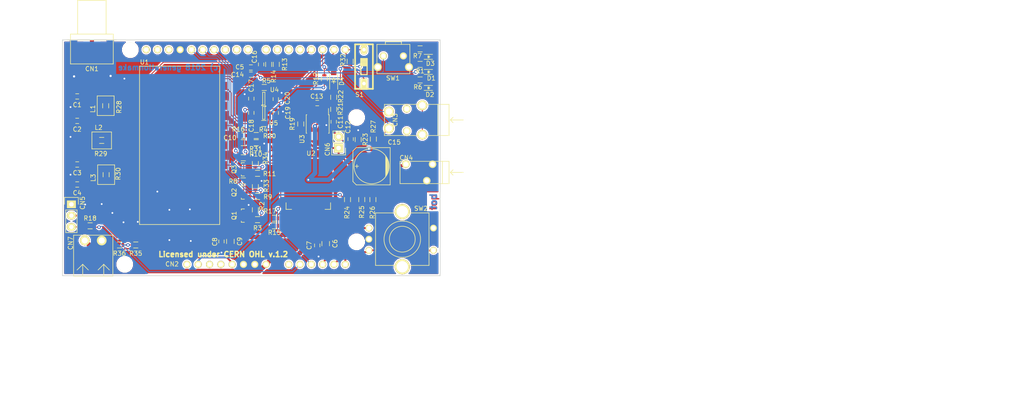
<source format=kicad_pcb>
(kicad_pcb (version 20171130) (host pcbnew 5.0.0-fee4fd1~66~ubuntu18.04.1)
  (title_block (title "ArduTrx Shield") (date 2018-08-21) (rev x1.1))
  (layers (0 F.Cu signal) (31 B.Cu signal) (34 B.Paste user) (35 F.Paste user) (36 B.SilkS user) (37 F.SilkS user) (38 B.Mask user) (39 F.Mask user) (44 Edge.Cuts user))
  (net 0 "")
  (net 1 GND)
  (net 2 /MIC_IN)
  (net 3 VCC)
  (net 4 "Net-(C10-Pad1)")
  (net 5 /AF_OUT)
  (net 6 "Net-(C12-Pad1)")
  (net 7 "Net-(C12-Pad2)")
  (net 8 "Net-(C13-Pad1)")
  (net 9 /GPS_RX)
  (net 10 /AF_OUT_R)
  (net 11 /ENC_A)
  (net 12 /ENC_B)
  (net 13 /ENC_SW)
  (net 14 +5V)
  (net 15 /MIC_IN_R)
  (net 16 /SQ_R)
  (net 17 /TXD)
  (net 18 /H_L_Q)
  (net 19 /PD_Q)
  (net 20 /PTT_Q)
  (net 21 /RXD)
  (net 22 /H_L)
  (net 23 "Net-(Q1-Pad1)")
  (net 24 /TXD_R)
  (net 25 /RXD_R)
  (net 26 /PD)
  (net 27 "Net-(Q2-Pad1)")
  (net 28 /PTT)
  (net 29 "Net-(Q3-Pad1)")
  (net 30 /SQ)
  (net 31 "Net-(R15-Pad2)")
  (net 32 "Net-(R19-Pad2)")
  (net 33 "Net-(R21-Pad2)")
  (net 34 /MIC)
  (net 35 /SPKR)
  (net 36 "Net-(CN3-Pad3)")
  (net 37 "Net-(D1-Pad1)")
  (net 38 "Net-(D2-Pad1)")
  (net 39 "Net-(D3-Pad1)")
  (net 40 /ANT3)
  (net 41 /ANT2)
  (net 42 /ANT1)
  (net 43 /ANT0)
  (net 44 "Net-(CN5-Pad3)")
  (net 45 "Net-(C15-Pad1)")
  (net 46 "Net-(C16-Pad1)")
  (net 47 VIO)
  (net 48 VIN)
  (net 49 /RXD_S)
  (module MODULE_compute:ARDUINO (layer F.Cu) (at 54.7 130)
    (fp_text reference CN2 (at 24.6 -2.6) (layer F.SilkS))
    (fp_text value ARDUINO)
    (pad 0 thru_hole circle (at 63.5 -50.8) (size 1.6 1.6) (drill 1) (layers *.Cu *.Mask F.SilkS) (net 21 /RXD))
    (pad 8 thru_hole circle (at 41.656 -50.8) (size 1.6 1.6) (drill 1) (layers *.Cu *.Mask F.SilkS))
    (pad 9 thru_hole circle (at 39.116 -50.8) (size 1.6 1.6) (drill 1) (layers *.Cu *.Mask F.SilkS))
    (pad 10 thru_hole circle (at 36.576 -50.8) (size 1.6 1.6) (drill 1) (layers *.Cu *.Mask F.SilkS))
    (pad 11 thru_hole circle (at 34.036 -50.8) (size 1.6 1.6) (drill 1) (layers *.Cu *.Mask F.SilkS) (net 20 /PTT_Q))
    (pad 12 thru_hole circle (at 31.496 -50.8) (size 1.6 1.6) (drill 1) (layers *.Cu *.Mask F.SilkS) (net 19 /PD_Q))
    (pad 13 thru_hole circle (at 28.956 -50.8) (size 1.6 1.6) (drill 1) (layers *.Cu *.Mask F.SilkS) (net 18 /H_L_Q))
    (pad 14 thru_hole circle (at 26.416 -50.8) (size 1.6 1.6) (drill 1) (layers *.Cu *.Mask F.SilkS) (net 1 GND))
    (pad 15 thru_hole circle (at 23.876 -50.8) (size 1.6 1.6) (drill 1) (layers *.Cu *.Mask F.SilkS))
    (pad 16 thru_hole circle (at 21.336 -50.8) (size 1.6 1.6) (drill 1) (layers *.Cu *.Mask F.SilkS))
    (pad 17 thru_hole circle (at 18.796 -50.8) (size 1.6 1.6) (drill 1) (layers *.Cu *.Mask F.SilkS))
    (pad 1 thru_hole circle (at 60.96 -50.8) (size 1.6 1.6) (drill 1) (layers *.Cu *.Mask F.SilkS) (net 17 /TXD))
    (pad 2 thru_hole circle (at 58.42 -50.8) (size 1.6 1.6) (drill 1) (layers *.Cu *.Mask F.SilkS) (net 16 /SQ_R))
    (pad 3 thru_hole circle (at 55.88 -50.8) (size 1.6 1.6) (drill 1) (layers *.Cu *.Mask F.SilkS) (net 15 /MIC_IN_R))
    (pad 4 thru_hole circle (at 53.34 -50.8) (size 1.6 1.6) (drill 1) (layers *.Cu *.Mask F.SilkS))
    (pad 5 thru_hole circle (at 50.8 -50.8) (size 1.6 1.6) (drill 1) (layers *.Cu *.Mask F.SilkS))
    (pad 6 thru_hole circle (at 48.26 -50.8) (size 1.6 1.6) (drill 1) (layers *.Cu *.Mask F.SilkS))
    (pad 7 thru_hole circle (at 45.72 -50.8) (size 1.6 1.6) (drill 1) (layers *.Cu *.Mask F.SilkS))
    (pad 24 thru_hole circle (at 45.72 -2.54) (size 1.6 1.6) (drill 1) (layers *.Cu *.Mask F.SilkS) (net 48 VIN))
    (pad 25 thru_hole circle (at 43.18 -2.54) (size 1.6 1.6) (drill 1) (layers *.Cu *.Mask F.SilkS) (net 1 GND))
    (pad 26 thru_hole circle (at 40.64 -2.54) (size 1.6 1.6) (drill 1) (layers *.Cu *.Mask F.SilkS) (net 1 GND))
    (pad 27 thru_hole circle (at 38.1 -2.54) (size 1.6 1.6) (drill 1) (layers *.Cu *.Mask F.SilkS) (net 14 +5V))
    (pad 28 thru_hole circle (at 35.56 -2.54) (size 1.6 1.6) (drill 1) (layers *.Cu *.Mask F.SilkS))
    (pad 29 thru_hole circle (at 33.02 -2.54) (size 1.6 1.6) (drill 1) (layers *.Cu *.Mask F.SilkS))
    (pad 30 thru_hole circle (at 30.48 -2.54) (size 1.6 1.6) (drill 1) (layers *.Cu *.Mask F.SilkS) (net 47 VIO))
    (pad 31 thru_hole circle (at 27.94 -2.54) (size 1.6 1.6) (drill 1) (layers *.Cu *.Mask F.SilkS))
    (pad 18 thru_hole circle (at 63.5 -2.54) (size 1.6 1.6) (drill 1) (layers *.Cu *.Mask F.SilkS) (net 13 /ENC_SW))
    (pad 19 thru_hole circle (at 60.96 -2.54) (size 1.6 1.6) (drill 1) (layers *.Cu *.Mask F.SilkS) (net 12 /ENC_B))
    (pad 20 thru_hole circle (at 58.42 -2.54) (size 1.6 1.6) (drill 1) (layers *.Cu *.Mask F.SilkS) (net 11 /ENC_A))
    (pad 21 thru_hole circle (at 55.88 -2.54) (size 1.6 1.6) (drill 1) (layers *.Cu *.Mask F.SilkS) (net 10 /AF_OUT_R))
    (pad 22 thru_hole circle (at 53.34 -2.54) (size 1.6 1.6) (drill 1) (layers *.Cu *.Mask F.SilkS) (net 9 /GPS_RX))
    (pad 23 thru_hole circle (at 50.8 -2.54) (size 1.6 1.6) (drill 1) (layers *.Cu *.Mask F.SilkS))
    (pad "" np_thru_hole circle (at 13.97 -2.54) (size 3.175 3.175) (drill 3.175) (layers *.Cu *.Mask F.SilkS))
    (pad "" np_thru_hole circle (at 15.24 -50.8) (size 3.175 3.175) (drill 3.175) (layers *.Cu *.Mask F.SilkS))
    (pad "" np_thru_hole circle (at 66.04 -7.62) (size 3.175 3.175) (drill 3.175) (layers *.Cu *.Mask F.SilkS))
    (pad "" np_thru_hole circle (at 66.04 -35.56) (size 3.175 3.175) (drill 3.175) (layers *.Cu *.Mask F.SilkS))
  )
  (module CON_wuerth:WR-SMA-PCB (layer F.Cu) (at 61.3 77 180)
    (fp_text reference CN1 (at 0 -6.5 180) (layer F.SilkS))
    (fp_text value 60312202114509)
    (pad 1 smd rect (at 0 -2.8 180) (size 0.9 5.6) (layers F.Cu F.Paste F.Mask) (net 40 /ANT3))
    (pad 2 smd rect (at -4.125 -2.8 180) (size 1.65 5.6) (layers F.Cu F.Paste F.Mask) (net 1 GND))
    (pad 5 smd rect (at 4.125 -2.8 180) (size 1.65 5.6) (layers B.Cu B.Paste B.Mask) (net 1 GND))
    (pad 4 smd rect (at -4.125 -2.8 180) (size 1.65 5.6) (layers B.Cu B.Paste B.Mask) (net 1 GND))
    (pad 3 smd rect (at 4.125 -2.8 180) (size 1.65 5.6) (layers F.Cu F.Paste F.Mask) (net 1 GND))
  )
  (module L_filter:WE-CAIR_4248 (layer F.Cu) (at 64.4 91.8 270)
    (fp_text reference L1 (at 0.7 2.9 270) (layer F.SilkS))
    (fp_text value 744912156)
    (pad 1 smd rect (at -2.165 1.31 270) (size 1.48 5.16) (layers F.Cu F.Paste F.Mask) (net 40 /ANT3))
    (pad 2 smd rect (at 2.165 -1.31 270) (size 1.48 5.16) (layers F.Cu F.Paste F.Mask) (net 41 /ANT2))
  )
  (module L_filter:WE-CAIR_4248 (layer F.Cu) (at 63.5 99.6 180)
    (fp_text reference L2 (at 0.7 2.9 180) (layer F.SilkS))
    (fp_text value 744912156)
    (pad 1 smd rect (at -2.165 1.31 180) (size 1.48 5.16) (layers F.Cu F.Paste F.Mask) (net 41 /ANT2))
    (pad 2 smd rect (at 2.165 -1.31 180) (size 1.48 5.16) (layers F.Cu F.Paste F.Mask) (net 42 /ANT1))
  )
  (module L_filter:WE-CAIR_4248 (layer F.Cu) (at 64.5 107.3 270)
    (fp_text reference L3 (at 0.7 2.9 270) (layer F.SilkS))
    (fp_text value 744912156)
    (pad 1 smd rect (at -2.165 1.31 270) (size 1.48 5.16) (layers F.Cu F.Paste F.Mask) (net 42 /ANT1))
    (pad 2 smd rect (at 2.165 -1.31 270) (size 1.48 5.16) (layers F.Cu F.Paste F.Mask) (net 43 /ANT0))
  )
  (module MODULE_RF:DRA818 (layer F.Cu) (at 81 100.7)
    (fp_text reference U1 (at -7.9 -18.7) (layer F.SilkS))
    (fp_text value DRA818)
    (pad 7 smd rect (at 9 13.35) (size 3.6 1.8) (layers F.Cu F.Paste F.Mask) (net 22 /H_L))
    (pad 12 smd rect (at -9 13.35) (size 3.6 1.8) (layers F.Cu F.Paste F.Mask) (net 43 /ANT0))
    (pad 13 smd rect (at -9 8.9) (size 3.6 1.8) (layers F.Cu F.Paste F.Mask))
    (pad 14 smd rect (at -9 4.45) (size 3.6 1.8) (layers F.Cu F.Paste F.Mask))
    (pad 15 smd rect (at -9 0) (size 3.6 1.8) (layers F.Cu F.Paste F.Mask))
    (pad 16 smd rect (at -9 -4.45) (size 3.6 1.8) (layers F.Cu F.Paste F.Mask) (net 24 /TXD_R))
    (pad 17 smd rect (at -9 -8.9) (size 3.6 1.8) (layers F.Cu F.Paste F.Mask) (net 25 /RXD_R))
    (pad 18 smd rect (at -9 -13.35) (size 3.6 1.8) (layers F.Cu F.Paste F.Mask) (net 2 /MIC_IN))
    (pad 6 smd rect (at 9 8.9) (size 3.6 1.8) (layers F.Cu F.Paste F.Mask) (net 26 /PD))
    (pad 5 smd rect (at 9 4.45) (size 3.6 1.8) (layers F.Cu F.Paste F.Mask) (net 28 /PTT))
    (pad 4 smd rect (at 9 0) (size 3.6 1.8) (layers F.Cu F.Paste F.Mask))
    (pad 3 smd rect (at 9 -4.45) (size 3.6 1.8) (layers F.Cu F.Paste F.Mask) (net 5 /AF_OUT))
    (pad 2 smd rect (at 9 -8.9) (size 3.6 1.8) (layers F.Cu F.Paste F.Mask))
    (pad 1 smd rect (at 9 -13.35) (size 3.6 1.8) (layers F.Cu F.Paste F.Mask) (net 30 /SQ))
    (pad 10 smd rect (at -2.3 17.8 90) (size 3.6 1.8) (layers F.Cu F.Paste F.Mask) (net 1 GND))
    (pad 11 smd rect (at -6.9 17.8 90) (size 3.6 1.8) (layers F.Cu F.Paste F.Mask))
    (pad 9 smd rect (at 2.3 17.8 90) (size 3.6 1.8) (layers F.Cu F.Paste F.Mask) (net 1 GND))
    (pad 8 smd rect (at 6.9 17.8 90) (size 3.6 1.8) (layers F.Cu F.Paste F.Mask) (net 3 VCC))
  )
  (module SOT_TO:TO-263-3Lead (layer F.Cu) (at 109.9 117.6 90)
    (fp_text reference U2 (at 15.1 0.6 180) (layer F.SilkS))
    (fp_text value LT1085)
    (pad 1 smd rect (at 0 -2.54 90) (size 4.6 1.39) (layers F.Cu F.Paste F.Mask) (net 31 "Net-(R15-Pad2)"))
    (pad 3 smd rect (at 0 2.54 90) (size 4.6 1.39) (layers F.Cu F.Paste F.Mask) (net 48 VIN))
    (pad 4 smd rect (at 9.15 0 90) (size 9.4 10.8) (layers F.Cu F.Paste F.Mask) (net 3 VCC))
    (pad 2 smd rect (at 0 0 90) (size 4.6 1.39) (layers F.Cu F.Paste F.Mask) (net 3 VCC))
  )
  (module SOIC:SOIC-8_3.9x4.9mm_Pitch1.27mm (layer F.Cu) (at 112 95.9 270)
    (fp_text reference U3 (at 3.4 3.5 90) (layer F.SilkS))
    (fp_text value LM4871)
    (pad 8 smd rect (at 2.6955 -1.9085 270) (size 1.55 0.6) (layers F.Cu F.Paste F.Mask) (net 6 "Net-(C12-Pad1)"))
    (pad 7 smd rect (at 2.6955 -0.6385 270) (size 1.55 0.6) (layers F.Cu F.Paste F.Mask) (net 1 GND))
    (pad 6 smd rect (at 2.6955 0.6315 270) (size 1.55 0.6) (layers F.Cu F.Paste F.Mask) (net 3 VCC))
    (pad 5 smd rect (at 2.6955 1.9015 270) (size 1.55 0.6) (layers F.Cu F.Paste F.Mask) (net 45 "Net-(C15-Pad1)"))
    (pad 4 smd rect (at -2.7045 1.9015 270) (size 1.55 0.6) (layers F.Cu F.Paste F.Mask) (net 32 "Net-(R19-Pad2)"))
    (pad 3 smd rect (at -2.7045 0.6315 270) (size 1.55 0.6) (layers F.Cu F.Paste F.Mask) (net 8 "Net-(C13-Pad1)"))
    (pad 2 smd rect (at -2.7045 -0.6385 270) (size 1.55 0.6) (layers F.Cu F.Paste F.Mask) (net 8 "Net-(C13-Pad1)"))
    (pad 1 smd rect (at -2.7045 -1.9085 270) (size 1.55 0.6) (layers F.Cu F.Paste F.Mask) (net 33 "Net-(R21-Pad2)"))
  )
  (module SOT_TO:SOT-23 (layer F.Cu) (at 95.5 116.5 90)
    (fp_text reference Q1 (at 0 -2.25 90) (layer F.SilkS))
    (fp_text value 2N7002)
    (pad 3 smd rect (at 0 -0.99822 90) (size 0.8001 0.8001) (layers F.Cu F.Paste F.Mask) (net 22 /H_L))
    (pad 2 smd rect (at 0.95 1.00076 90) (size 0.8001 0.8001) (layers F.Cu F.Paste F.Mask) (net 1 GND))
    (pad 1 smd rect (at -0.95 1.00076 90) (size 0.8001 0.8001) (layers F.Cu F.Paste F.Mask) (net 23 "Net-(Q1-Pad1)"))
  )
  (module SOT_TO:SOT-23 (layer F.Cu) (at 95.5 111.3 90)
    (fp_text reference Q2 (at 0 -2.25 90) (layer F.SilkS))
    (fp_text value 2N7002)
    (pad 3 smd rect (at 0 -0.99822 90) (size 0.8001 0.8001) (layers F.Cu F.Paste F.Mask) (net 26 /PD))
    (pad 2 smd rect (at 0.95 1.00076 90) (size 0.8001 0.8001) (layers F.Cu F.Paste F.Mask) (net 1 GND))
    (pad 1 smd rect (at -0.95 1.00076 90) (size 0.8001 0.8001) (layers F.Cu F.Paste F.Mask) (net 27 "Net-(Q2-Pad1)"))
  )
  (module SOT_TO:SOT-23 (layer F.Cu) (at 95.5 106.1 90)
    (fp_text reference Q3 (at 0 -2.25 90) (layer F.SilkS))
    (fp_text value 2N7002)
    (pad 3 smd rect (at 0 -0.99822 90) (size 0.8001 0.8001) (layers F.Cu F.Paste F.Mask) (net 28 /PTT))
    (pad 2 smd rect (at 0.95 1.00076 90) (size 0.8001 0.8001) (layers F.Cu F.Paste F.Mask) (net 1 GND))
    (pad 1 smd rect (at -0.95 1.00076 90) (size 0.8001 0.8001) (layers F.Cu F.Paste F.Mask) (net 29 "Net-(Q3-Pad1)"))
  )
  (module mechanical-switches:ALPS_EC11E (layer F.Cu) (at 131 121.8 270)
    (fp_text reference SW2 (at -6.9 -4.2 180) (layer F.SilkS))
    (fp_text value ALPS_EC11E)
    (pad A thru_hole circle (at -2.5 7.5 270) (size 1.524 1.524) (drill 1) (layers *.Cu *.Mask F.SilkS) (net 11 /ENC_A))
    (pad C thru_hole circle (at 0 7.5 270) (size 1.524 1.524) (drill 1) (layers *.Cu *.Mask F.SilkS) (net 1 GND))
    (pad E thru_hole circle (at 2.5 -7 270) (size 1.524 1.524) (drill 1) (layers *.Cu *.Mask F.SilkS) (net 13 /ENC_SW))
    (pad B thru_hole circle (at 2.5 7.5 270) (size 1.524 1.524) (drill 1) (layers *.Cu *.Mask F.SilkS) (net 12 /ENC_B))
    (pad D thru_hole circle (at -2.5 -7 270) (size 1.524 1.524) (drill 1) (layers *.Cu *.Mask F.SilkS) (net 1 GND))
    (pad 0 thru_hole circle (at -6.2 0 270) (size 3.4 3.4) (drill 2.6) (layers *.Cu *.Mask F.SilkS))
    (pad 0 thru_hole circle (at 6.2 0 270) (size 3.4 3.4) (drill 2.6) (layers *.Cu *.Mask F.SilkS))
  )
  (module CON_lumberg:1501_03 (layer F.Cu) (at 141.5 106.8 270)
    (fp_text reference CN4 (at -3.3 9.6 180) (layer F.SilkS))
    (fp_text value CON_KLINKE3)
    (pad 1 thru_hole circle (at -1.85 3.7 270) (size 1.7 1.7) (drill 1.1) (layers *.Cu *.Mask F.SilkS) (net 1 GND))
    (pad 2 thru_hole circle (at 1.85 5 270) (size 1.7 1.7) (drill 1.1) (layers *.Cu *.Mask F.SilkS) (net 1 GND))
    (pad 3 thru_hole circle (at -1.85 9.7 270) (size 1.7 1.7) (drill 1.1) (layers *.Cu *.Mask F.SilkS) (net 35 /SPKR))
  )
  (module mechanical-switches:WE_4312x6xxx7x6 (layer F.Cu) (at 129 80.6 180)
    (fp_text reference SW1 (at 0.1 -5 180) (layer F.SilkS))
    (fp_text value TAST_HOR)
    (pad 3 thru_hole circle (at 2.25 0 180) (size 1.6 1.6) (drill 1) (layers *.Cu *.Mask F.SilkS) (net 28 /PTT))
    (pad 2 thru_hole circle (at -2.25 0 180) (size 1.6 1.6) (drill 1) (layers *.Cu *.Mask F.SilkS) (net 1 GND))
    (pad 1 thru_hole circle (at -3.5 -2.5 180) (size 1.8 1.8) (drill 1.2) (layers *.Cu *.Mask F.SilkS) (net 1 GND))
    (pad 4 thru_hole circle (at 3.5 -2.5 180) (size 1.8 1.8) (drill 1.2) (layers *.Cu *.Mask F.SilkS) (net 1 GND))
  )
  (module pin_headers:Pin_Header_Straight_1x03 (layer F.Cu) (at 56.7 113.96)
    (fp_text reference CN5 (at 2.5 -0.3 90) (layer F.SilkS))
    (fp_text value CONN_01X03)
    (pad 3 thru_hole oval (at 0 5.08) (size 2.032 1.7272) (drill 1.016) (layers *.Cu *.Mask F.SilkS) (net 44 "Net-(CN5-Pad3)"))
    (pad 2 thru_hole oval (at 0 2.54) (size 2.032 1.7272) (drill 1.016) (layers *.Cu *.Mask F.SilkS) (net 14 +5V))
    (pad 1 thru_hole rect (at 0 0) (size 2.032 1.7272) (drill 1.016) (layers *.Cu *.Mask F.SilkS) (net 1 GND))
  )
  (module pin_headers:Pin_Header_Straight_1x02 (layer F.Cu) (at 116.7 101.3 180)
    (fp_text reference CN6 (at 2.5 -0.3 270) (layer F.SilkS))
    (fp_text value CONN_01X02)
    (pad 2 thru_hole oval (at 0 2.54 180) (size 2.032 2.032) (drill 1.016) (layers *.Cu *.Mask F.SilkS) (net 6 "Net-(C12-Pad1)"))
    (pad 1 thru_hole rect (at 0 0 180) (size 2.032 2.032) (drill 1.016) (layers *.Cu *.Mask F.SilkS) (net 45 "Net-(C15-Pad1)"))
  )
  (module capacitors:c_elec_8x10.5 (layer F.Cu) (at 124.1 105.4 180)
    (fp_text reference C15 (at -5.1 5.4 180) (layer F.SilkS))
    (fp_text value 470u)
    (pad 2 smd rect (at -3.2512 0 180) (size 3.50012 2.4003) (layers F.Cu F.Paste F.Mask) (net 35 /SPKR))
    (pad 1 smd rect (at 3.2512 0 180) (size 3.50012 2.4003) (layers F.Cu F.Paste F.Mask) (net 45 "Net-(C15-Pad1)"))
  )
  (module capacitors:C_0603 (layer F.Cu) (at 58 89.7 180)
    (fp_text reference C1 (at 0 -1.9 180) (layer F.SilkS))
    (fp_text value 30p)
    (pad 2 smd rect (at 0.75 0 180) (size 0.8 0.75) (layers F.Cu F.Paste F.Mask) (net 1 GND))
    (pad 1 smd rect (at -0.75 0 180) (size 0.8 0.75) (layers F.Cu F.Paste F.Mask) (net 40 /ANT3))
  )
  (module capacitors:C_0603 (layer F.Cu) (at 58 95.2 180)
    (fp_text reference C2 (at 0 -1.9 180) (layer F.SilkS))
    (fp_text value 47p)
    (pad 2 smd rect (at 0.75 0 180) (size 0.8 0.75) (layers F.Cu F.Paste F.Mask) (net 1 GND))
    (pad 1 smd rect (at -0.75 0 180) (size 0.8 0.75) (layers F.Cu F.Paste F.Mask) (net 41 /ANT2))
  )
  (module capacitors:C_0603 (layer F.Cu) (at 58 105 180)
    (fp_text reference C3 (at 0 -1.9 180) (layer F.SilkS))
    (fp_text value 47p)
    (pad 2 smd rect (at 0.75 0 180) (size 0.8 0.75) (layers F.Cu F.Paste F.Mask) (net 1 GND))
    (pad 1 smd rect (at -0.75 0 180) (size 0.8 0.75) (layers F.Cu F.Paste F.Mask) (net 42 /ANT1))
  )
  (module capacitors:C_0603 (layer F.Cu) (at 58 109.5 180)
    (fp_text reference C4 (at 0 -1.9 180) (layer F.SilkS))
    (fp_text value 30p)
    (pad 2 smd rect (at 0.75 0 180) (size 0.8 0.75) (layers F.Cu F.Paste F.Mask) (net 1 GND))
    (pad 1 smd rect (at -0.75 0 180) (size 0.8 0.75) (layers F.Cu F.Paste F.Mask) (net 43 /ANT0))
  )
  (module capacitors:C_0603 (layer F.Cu) (at 97 83.2 180)
    (fp_text reference C5 (at 2.5 0.1 180) (layer F.SilkS))
    (fp_text value 100n)
    (pad 2 smd rect (at 0.75 0 180) (size 0.8 0.75) (layers F.Cu F.Paste F.Mask) (net 2 /MIC_IN))
    (pad 1 smd rect (at -0.75 0 180) (size 0.8 0.75) (layers F.Cu F.Paste F.Mask) (net 46 "Net-(C16-Pad1)"))
  )
  (module capacitors:C_0805 (layer F.Cu) (at 113.8 122.8 270)
    (fp_text reference C6 (at 0 -2.1 270) (layer F.SilkS))
    (fp_text value 10u)
    (pad 2 smd rect (at 1 0 270) (size 1 1.25) (layers F.Cu F.Paste F.Mask) (net 1 GND))
    (pad 1 smd rect (at -1 0 270) (size 1 1.25) (layers F.Cu F.Paste F.Mask) (net 48 VIN))
  )
  (module capacitors:C_0603 (layer F.Cu) (at 111.9 123.2 270)
    (fp_text reference C7 (at 0 1.8 270) (layer F.SilkS))
    (fp_text value 100n)
    (pad 2 smd rect (at 0.75 0 270) (size 0.8 0.75) (layers F.Cu F.Paste F.Mask) (net 1 GND))
    (pad 1 smd rect (at -0.75 0 270) (size 0.8 0.75) (layers F.Cu F.Paste F.Mask) (net 48 VIN))
  )
  (module capacitors:C_0603 (layer F.Cu) (at 90.4 122.3 270)
    (fp_text reference C8 (at 0.1 1.5 270) (layer F.SilkS))
    (fp_text value 100n)
    (pad 2 smd rect (at 0.75 0 270) (size 0.8 0.75) (layers F.Cu F.Paste F.Mask) (net 1 GND))
    (pad 1 smd rect (at -0.75 0 270) (size 0.8 0.75) (layers F.Cu F.Paste F.Mask) (net 3 VCC))
  )
  (module capacitors:C_0805 (layer F.Cu) (at 92.4 122.3 270)
    (fp_text reference C9 (at 0 -2.1 270) (layer F.SilkS))
    (fp_text value 10u)
    (pad 2 smd rect (at 1 0 270) (size 1 1.25) (layers F.Cu F.Paste F.Mask) (net 1 GND))
    (pad 1 smd rect (at -1 0 270) (size 1 1.25) (layers F.Cu F.Paste F.Mask) (net 3 VCC))
  )
  (module capacitors:C_0603 (layer F.Cu) (at 95.3 98.5 180)
    (fp_text reference C10 (at 3 -0.5 180) (layer F.SilkS))
    (fp_text value 100n)
    (pad 2 smd rect (at 0.75 0 180) (size 0.8 0.75) (layers F.Cu F.Paste F.Mask) (net 5 /AF_OUT))
    (pad 1 smd rect (at -0.75 0 180) (size 0.8 0.75) (layers F.Cu F.Paste F.Mask) (net 4 "Net-(C10-Pad1)"))
  )
  (module capacitors:C_0603 (layer F.Cu) (at 115.6 95.4 270)
    (fp_text reference C11 (at 0.1 -1.5 270) (layer F.SilkS))
    (fp_text value 100n)
    (pad 2 smd rect (at 0.75 0 270) (size 0.8 0.75) (layers F.Cu F.Paste F.Mask) (net 1 GND))
    (pad 1 smd rect (at -0.75 0 270) (size 0.8 0.75) (layers F.Cu F.Paste F.Mask) (net 3 VCC))
  )
  (module capacitors:C_0603 (layer F.Cu) (at 119.4 99.3 90)
    (fp_text reference C12 (at 2.7 -0.6 90) (layer F.SilkS))
    (fp_text value 100n)
    (pad 2 smd rect (at 0.75 0 90) (size 0.8 0.75) (layers F.Cu F.Paste F.Mask) (net 7 "Net-(C12-Pad2)"))
    (pad 1 smd rect (at -0.75 0 90) (size 0.8 0.75) (layers F.Cu F.Paste F.Mask) (net 6 "Net-(C12-Pad1)"))
  )
  (module capacitors:C_0603 (layer F.Cu) (at 111.9 91.2 180)
    (fp_text reference C13 (at 0.1 1.5 180) (layer F.SilkS))
    (fp_text value 1u)
    (pad 2 smd rect (at 0.75 0 180) (size 0.8 0.75) (layers F.Cu F.Paste F.Mask) (net 1 GND))
    (pad 1 smd rect (at -0.75 0 180) (size 0.8 0.75) (layers F.Cu F.Paste F.Mask) (net 8 "Net-(C13-Pad1)"))
  )
  (module capacitors:C_0603 (layer F.Cu) (at 97 84.8 180)
    (fp_text reference C14 (at 3 0 180) (layer F.SilkS))
    (fp_text value 100n)
    (pad 2 smd rect (at 0.75 0 180) (size 0.8 0.75) (layers F.Cu F.Paste F.Mask) (net 2 /MIC_IN))
    (pad 1 smd rect (at -0.75 0 180) (size 0.8 0.75) (layers F.Cu F.Paste F.Mask) (net 34 /MIC))
  )
  (module capacitors:C_0603 (layer F.Cu) (at 99.3 82.5 90)
    (fp_text reference C16 (at 1.7 -1.5 90) (layer F.SilkS))
    (fp_text value 100n)
    (pad 2 smd rect (at 0.75 0 90) (size 0.8 0.75) (layers F.Cu F.Paste F.Mask) (net 1 GND))
    (pad 1 smd rect (at -0.75 0 90) (size 0.8 0.75) (layers F.Cu F.Paste F.Mask) (net 46 "Net-(C16-Pad1)"))
  )
  (module capacitors:C_0603 (layer F.Cu) (at 97.1 90.2 90)
    (fp_text reference C17 (at 2.9 0 90) (layer F.SilkS))
    (fp_text value 100n)
    (pad 2 smd rect (at 0.75 0 90) (size 0.8 0.75) (layers F.Cu F.Paste F.Mask) (net 1 GND))
    (pad 1 smd rect (at -0.75 0 90) (size 0.8 0.75) (layers F.Cu F.Paste F.Mask) (net 3 VCC))
  )
  (module capacitors:C_0603 (layer F.Cu) (at 97.1 93.4 270)
    (fp_text reference C18 (at 2.9 0 270) (layer F.SilkS))
    (fp_text value 100n)
    (pad 2 smd rect (at 0.75 0 270) (size 0.8 0.75) (layers F.Cu F.Paste F.Mask) (net 1 GND))
    (pad 1 smd rect (at -0.75 0 270) (size 0.8 0.75) (layers F.Cu F.Paste F.Mask) (net 3 VCC))
  )
  (module capacitors:C_0603 (layer F.Cu) (at 102.6 93.4 270)
    (fp_text reference C19 (at 0 -2.7 270) (layer F.SilkS))
    (fp_text value 100n)
    (pad 2 smd rect (at 0.75 0 270) (size 0.8 0.75) (layers F.Cu F.Paste F.Mask) (net 1 GND))
    (pad 1 smd rect (at -0.75 0 270) (size 0.8 0.75) (layers F.Cu F.Paste F.Mask) (net 47 VIO))
  )
  (module capacitors:C_0603 (layer F.Cu) (at 102.6 90.3 90)
    (fp_text reference C20 (at 0.2 2.6 90) (layer F.SilkS))
    (fp_text value 100n)
    (pad 2 smd rect (at 0.75 0 90) (size 0.8 0.75) (layers F.Cu F.Paste F.Mask) (net 1 GND))
    (pad 1 smd rect (at -0.75 0 90) (size 0.8 0.75) (layers F.Cu F.Paste F.Mask) (net 47 VIO))
  )
  (module LEDs:LED_0603 (layer F.Cu) (at 137 84.2)
    (fp_text reference D1 (at 0.5 1.4) (layer F.SilkS))
    (fp_text value Led_red)
    (pad 1 smd rect (at -0.7493 0 180) (size 0.79756 0.79756) (layers F.Cu F.Paste F.Mask) (net 37 "Net-(D1-Pad1)"))
    (pad 2 smd rect (at 0.7493 0 180) (size 0.79756 0.79756) (layers F.Cu F.Paste F.Mask) (net 3 VCC))
  )
  (module LEDs:LED_0603 (layer F.Cu) (at 137 87.8)
    (fp_text reference D2 (at 0.2 1.5) (layer F.SilkS))
    (fp_text value Led_yellow)
    (pad 1 smd rect (at -0.7493 0 180) (size 0.79756 0.79756) (layers F.Cu F.Paste F.Mask) (net 38 "Net-(D2-Pad1)"))
    (pad 2 smd rect (at 0.7493 0 180) (size 0.79756 0.79756) (layers F.Cu F.Paste F.Mask) (net 3 VCC))
  )
  (module LEDs:LED_0603 (layer F.Cu) (at 137 80.8)
    (fp_text reference D3 (at 0.3 1.5) (layer F.SilkS))
    (fp_text value Led_green)
    (pad 1 smd rect (at -0.7493 0 180) (size 0.79756 0.79756) (layers F.Cu F.Paste F.Mask) (net 39 "Net-(D3-Pad1)"))
    (pad 2 smd rect (at 0.7493 0 180) (size 0.79756 0.79756) (layers F.Cu F.Paste F.Mask) (net 3 VCC))
  )
  (module diodes:SOD-123 (layer F.Cu) (at 115.6 86.1 90)
    (fp_text reference D4 (at -0.2 1.8 90) (layer F.SilkS))
    (fp_text value BAT46ZFILM)
    (pad 2 smd rect (at 1.635 0 90) (size 0.91 1.22) (layers F.Cu F.Paste F.Mask) (net 16 /SQ_R))
    (pad 1 smd rect (at -1.635 0 90) (size 0.91 1.22) (layers F.Cu F.Paste F.Mask) (net 30 /SQ))
  )
  (module resistors:R_0603 (layer F.Cu) (at 135 82.5 180)
    (fp_text reference R1 (at 0 -1.5 180) (layer F.SilkS))
    (fp_text value 1k)
    (pad 2 smd rect (at 0.75 0 180) (size 0.5 0.9) (layers F.Cu F.Paste F.Mask) (net 28 /PTT))
    (pad 1 smd rect (at -0.75 0 180) (size 0.5 0.9) (layers F.Cu F.Paste F.Mask) (net 37 "Net-(D1-Pad1)"))
  )
  (module resistors:R_0603 (layer F.Cu) (at 98.5 117.4 180)
    (fp_text reference R3 (at 0 -1.9 180) (layer F.SilkS))
    (fp_text value 100)
    (pad 2 smd rect (at 0.75 0 180) (size 0.5 0.9) (layers F.Cu F.Paste F.Mask) (net 23 "Net-(Q1-Pad1)"))
    (pad 1 smd rect (at -0.75 0 180) (size 0.5 0.9) (layers F.Cu F.Paste F.Mask) (net 18 /H_L_Q))
  )
  (module resistors:R_0603 (layer F.Cu) (at 99.9 95.8 180)
    (fp_text reference R4 (at 0.1 -1.4 180) (layer F.SilkS))
    (fp_text value DNI)
    (pad 2 smd rect (at 0.75 0 180) (size 0.5 0.9) (layers F.Cu F.Paste F.Mask) (net 24 /TXD_R))
    (pad 1 smd rect (at -0.75 0 180) (size 0.5 0.9) (layers F.Cu F.Paste F.Mask) (net 17 /TXD))
  )
  (module resistors:R_0603 (layer F.Cu) (at 100 87.7 180)
    (fp_text reference R5 (at -0.5 1.5 180) (layer F.SilkS))
    (fp_text value DNI)
    (pad 2 smd rect (at 0.75 0 180) (size 0.5 0.9) (layers F.Cu F.Paste F.Mask) (net 25 /RXD_R))
    (pad 1 smd rect (at -0.75 0 180) (size 0.5 0.9) (layers F.Cu F.Paste F.Mask) (net 49 /RXD_S))
  )
  (module resistors:R_0603 (layer F.Cu) (at 135 86 180)
    (fp_text reference R6 (at 0.5 -1.6 180) (layer F.SilkS))
    (fp_text value 1k)
    (pad 2 smd rect (at 0.75 0 180) (size 0.5 0.9) (layers F.Cu F.Paste F.Mask) (net 1 GND))
    (pad 1 smd rect (at -0.75 0 180) (size 0.5 0.9) (layers F.Cu F.Paste F.Mask) (net 38 "Net-(D2-Pad1)"))
  )
  (module resistors:R_0603 (layer F.Cu) (at 135 79 180)
    (fp_text reference R7 (at 0.6 -1.6 180) (layer F.SilkS))
    (fp_text value 1k)
    (pad 2 smd rect (at 0.75 0 180) (size 0.5 0.9) (layers F.Cu F.Paste F.Mask) (net 30 /SQ))
    (pad 1 smd rect (at -0.75 0 180) (size 0.5 0.9) (layers F.Cu F.Paste F.Mask) (net 39 "Net-(D3-Pad1)"))
  )
  (module resistors:R_0603 (layer F.Cu) (at 95.3 108.7 180)
    (fp_text reference R8 (at 2.3 -0.1 180) (layer F.SilkS))
    (fp_text value 1k)
    (pad 2 smd rect (at 0.75 0 180) (size 0.5 0.9) (layers F.Cu F.Paste F.Mask) (net 26 /PD))
    (pad 1 smd rect (at -0.75 0 180) (size 0.5 0.9) (layers F.Cu F.Paste F.Mask) (net 3 VCC))
  )
  (module resistors:R_0603 (layer F.Cu) (at 98.5 112.2 180)
    (fp_text reference R9 (at -2.3 -0.1 180) (layer F.SilkS))
    (fp_text value 100)
    (pad 2 smd rect (at 0.75 0 180) (size 0.5 0.9) (layers F.Cu F.Paste F.Mask) (net 27 "Net-(Q2-Pad1)"))
    (pad 1 smd rect (at -0.75 0 180) (size 0.5 0.9) (layers F.Cu F.Paste F.Mask) (net 19 /PD_Q))
  )
  (module resistors:R_0603 (layer F.Cu) (at 95.3 103.5 180)
    (fp_text reference R10 (at -2.8 0.8 180) (layer F.SilkS))
    (fp_text value 1k)
    (pad 2 smd rect (at 0.75 0 180) (size 0.5 0.9) (layers F.Cu F.Paste F.Mask) (net 28 /PTT))
    (pad 1 smd rect (at -0.75 0 180) (size 0.5 0.9) (layers F.Cu F.Paste F.Mask) (net 3 VCC))
  )
  (module resistors:R_0603 (layer F.Cu) (at 98.5 107 180)
    (fp_text reference R11 (at -2.7 -0.1 180) (layer F.SilkS))
    (fp_text value 100)
    (pad 2 smd rect (at 0.75 0 180) (size 0.5 0.9) (layers F.Cu F.Paste F.Mask) (net 29 "Net-(Q3-Pad1)"))
    (pad 1 smd rect (at -0.75 0 180) (size 0.5 0.9) (layers F.Cu F.Paste F.Mask) (net 20 /PTT_Q))
  )
  (module resistors:R_0603 (layer F.Cu) (at 113.5 85.7 90)
    (fp_text reference R12 (at 0 -1.9 90) (layer F.SilkS))
    (fp_text value 4k7)
    (pad 2 smd rect (at 0.75 0 90) (size 0.5 0.9) (layers F.Cu F.Paste F.Mask) (net 16 /SQ_R))
    (pad 1 smd rect (at -0.75 0 90) (size 0.5 0.9) (layers F.Cu F.Paste F.Mask) (net 47 VIO))
  )
  (module resistors:R_0603 (layer F.Cu) (at 102.7 82.5 270)
    (fp_text reference R13 (at 0 -1.9 270) (layer F.SilkS))
    (fp_text value 4k7)
    (pad 2 smd rect (at 0.75 0 270) (size 0.5 0.9) (layers F.Cu F.Paste F.Mask) (net 46 "Net-(C16-Pad1)"))
    (pad 1 smd rect (at -0.75 0 270) (size 0.5 0.9) (layers F.Cu F.Paste F.Mask) (net 15 /MIC_IN_R))
  )
  (module resistors:R_0603 (layer F.Cu) (at 101 82.5 90)
    (fp_text reference R14 (at -2.7 1.1 90) (layer F.SilkS))
    (fp_text value 1k)
    (pad 2 smd rect (at 0.75 0 90) (size 0.5 0.9) (layers F.Cu F.Paste F.Mask) (net 1 GND))
    (pad 1 smd rect (at -0.75 0 90) (size 0.5 0.9) (layers F.Cu F.Paste F.Mask) (net 46 "Net-(C16-Pad1)"))
  )
  (module resistors:R_0603 (layer F.Cu) (at 102.3 118.8)
    (fp_text reference R15 (at 0 1.5) (layer F.SilkS))
    (fp_text value 121)
    (pad 2 smd rect (at 0.75 0) (size 0.5 0.9) (layers F.Cu F.Paste F.Mask) (net 31 "Net-(R15-Pad2)"))
    (pad 1 smd rect (at -0.75 0) (size 0.5 0.9) (layers F.Cu F.Paste F.Mask) (net 3 VCC))
  )
  (module resistors:R_0603 (layer F.Cu) (at 95.3 100.1)
    (fp_text reference R16 (at -1.1 -3) (layer F.SilkS))
    (fp_text value 1k)
    (pad 2 smd rect (at 0.75 0) (size 0.5 0.9) (layers F.Cu F.Paste F.Mask) (net 10 /AF_OUT_R))
    (pad 1 smd rect (at -0.75 0) (size 0.5 0.9) (layers F.Cu F.Paste F.Mask) (net 5 /AF_OUT))
  )
  (module resistors:R_0603 (layer F.Cu) (at 102.3 117.1 180)
    (fp_text reference R17 (at 1 1.6 180) (layer F.SilkS))
    (fp_text value 300)
    (pad 2 smd rect (at 0.75 0 180) (size 0.5 0.9) (layers F.Cu F.Paste F.Mask) (net 1 GND))
    (pad 1 smd rect (at -0.75 0 180) (size 0.5 0.9) (layers F.Cu F.Paste F.Mask) (net 31 "Net-(R15-Pad2)"))
  )
  (module resistors:R_0603 (layer F.Cu) (at 60.9 118.8 180)
    (fp_text reference R18 (at 0 1.7 180) (layer F.SilkS))
    (fp_text value 100)
    (pad 2 smd rect (at 0.75 0 180) (size 0.5 0.9) (layers F.Cu F.Paste F.Mask) (net 44 "Net-(CN5-Pad3)"))
    (pad 1 smd rect (at -0.75 0 180) (size 0.5 0.9) (layers F.Cu F.Paste F.Mask) (net 9 /GPS_RX))
  )
  (module resistors:R_0603 (layer F.Cu) (at 108.2 95.9 90)
    (fp_text reference R19 (at 0 -1.9 90) (layer F.SilkS))
    (fp_text value 20k)
    (pad 2 smd rect (at 0.75 0 90) (size 0.5 0.9) (layers F.Cu F.Paste F.Mask) (net 32 "Net-(R19-Pad2)"))
    (pad 1 smd rect (at -0.75 0 90) (size 0.5 0.9) (layers F.Cu F.Paste F.Mask) (net 45 "Net-(C15-Pad1)"))
  )
  (module resistors:R_0603 (layer F.Cu) (at 98.2 98.5 180)
    (fp_text reference R20 (at -3 -0.1 180) (layer F.SilkS))
    (fp_text value 20k)
    (pad 2 smd rect (at 0.75 0 180) (size 0.5 0.9) (layers F.Cu F.Paste F.Mask) (net 4 "Net-(C10-Pad1)"))
    (pad 1 smd rect (at -0.75 0 180) (size 0.5 0.9) (layers F.Cu F.Paste F.Mask) (net 32 "Net-(R19-Pad2)"))
  )
  (module resistors:R_0603 (layer F.Cu) (at 115.6 92.6 90)
    (fp_text reference R21 (at 0.1 1.5 90) (layer F.SilkS))
    (fp_text value 4k7)
    (pad 2 smd rect (at 0.75 0 90) (size 0.5 0.9) (layers F.Cu F.Paste F.Mask) (net 33 "Net-(R21-Pad2)"))
    (pad 1 smd rect (at -0.75 0 90) (size 0.5 0.9) (layers F.Cu F.Paste F.Mask) (net 3 VCC))
  )
  (module resistors:R_0603 (layer F.Cu) (at 115.6 89.9 90)
    (fp_text reference R22 (at 0.2 1.6 90) (layer F.SilkS))
    (fp_text value 100)
    (pad 2 smd rect (at 0.75 0 90) (size 0.5 0.9) (layers F.Cu F.Paste F.Mask) (net 30 /SQ))
    (pad 1 smd rect (at -0.75 0 90) (size 0.5 0.9) (layers F.Cu F.Paste F.Mask) (net 33 "Net-(R21-Pad2)"))
  )
  (module resistors:R_0603 (layer F.Cu) (at 121.1 99.4 90)
    (fp_text reference R23 (at 0 1.6 90) (layer F.SilkS))
    (fp_text value 2k)
    (pad 2 smd rect (at 0.75 0 90) (size 0.5 0.9) (layers F.Cu F.Paste F.Mask) (net 1 GND))
    (pad 1 smd rect (at -0.75 0 90) (size 0.5 0.9) (layers F.Cu F.Paste F.Mask) (net 7 "Net-(C12-Pad2)"))
  )
  (module resistors:R_0603 (layer F.Cu) (at 118.7 112.9 270)
    (fp_text reference R24 (at 2.9 0.1 270) (layer F.SilkS))
    (fp_text value 1k)
    (pad 2 smd rect (at 0.75 0 270) (size 0.5 0.9) (layers F.Cu F.Paste F.Mask) (net 11 /ENC_A))
    (pad 1 smd rect (at -0.75 0 270) (size 0.5 0.9) (layers F.Cu F.Paste F.Mask) (net 47 VIO))
  )
  (module resistors:R_0603 (layer F.Cu) (at 121.9 112.9 270)
    (fp_text reference R25 (at 2.8 0 270) (layer F.SilkS))
    (fp_text value 1k)
    (pad 2 smd rect (at 0.75 0 270) (size 0.5 0.9) (layers F.Cu F.Paste F.Mask) (net 12 /ENC_B))
    (pad 1 smd rect (at -0.75 0 270) (size 0.5 0.9) (layers F.Cu F.Paste F.Mask) (net 47 VIO))
  )
  (module resistors:R_0603 (layer F.Cu) (at 124.4 112.9 270)
    (fp_text reference R26 (at 2.9 0.1 270) (layer F.SilkS))
    (fp_text value 1k)
    (pad 2 smd rect (at 0.75 0 270) (size 0.5 0.9) (layers F.Cu F.Paste F.Mask) (net 13 /ENC_SW))
    (pad 1 smd rect (at -0.75 0 270) (size 0.5 0.9) (layers F.Cu F.Paste F.Mask) (net 47 VIO))
  )
  (module resistors:R_0603 (layer F.Cu) (at 124.5 99.3 90)
    (fp_text reference R27 (at 2.8 0 90) (layer F.SilkS))
    (fp_text value 4k7)
    (pad 2 smd rect (at 0.75 0 90) (size 0.5 0.9) (layers F.Cu F.Paste F.Mask) (net 34 /MIC))
    (pad 1 smd rect (at -0.75 0 90) (size 0.5 0.9) (layers F.Cu F.Paste F.Mask) (net 3 VCC))
  )
  (module resistors:R_0603 (layer F.Cu) (at 64.4 91.8 90)
    (fp_text reference R28 (at -0.3 3 90) (layer F.SilkS))
    (fp_text value DNI)
    (pad 2 smd rect (at 0.75 0 90) (size 0.5 0.9) (layers F.Cu F.Paste F.Mask) (net 40 /ANT3))
    (pad 1 smd rect (at -0.75 0 90) (size 0.5 0.9) (layers F.Cu F.Paste F.Mask) (net 41 /ANT2))
  )
  (module resistors:R_0603 (layer F.Cu) (at 63.5 99.6)
    (fp_text reference R29 (at -0.2 3) (layer F.SilkS))
    (fp_text value DNI)
    (pad 2 smd rect (at 0.75 0) (size 0.5 0.9) (layers F.Cu F.Paste F.Mask) (net 41 /ANT2))
    (pad 1 smd rect (at -0.75 0) (size 0.5 0.9) (layers F.Cu F.Paste F.Mask) (net 42 /ANT1))
  )
  (module resistors:R_0603 (layer F.Cu) (at 64.5 107.3 90)
    (fp_text reference R30 (at 0.2 2.7 90) (layer F.SilkS))
    (fp_text value DNI)
    (pad 2 smd rect (at 0.75 0 90) (size 0.5 0.9) (layers F.Cu F.Paste F.Mask) (net 42 /ANT1))
    (pad 1 smd rect (at -0.75 0 90) (size 0.5 0.9) (layers F.Cu F.Paste F.Mask) (net 43 /ANT0))
  )
  (module resistors:R_0603 (layer F.Cu) (at 98.2 100.1)
    (fp_text reference R31 (at -0.1 1.4) (layer F.SilkS))
    (fp_text value 1k)
    (pad 2 smd rect (at 0.75 0) (size 0.5 0.9) (layers F.Cu F.Paste F.Mask) (net 1 GND))
    (pad 1 smd rect (at -0.75 0) (size 0.5 0.9) (layers F.Cu F.Paste F.Mask) (net 10 /AF_OUT_R))
  )
  (module resistors:R_0603 (layer F.Cu) (at 119.3 81.8 270)
    (fp_text reference R32 (at -0.3 1.6 270) (layer F.SilkS))
    (fp_text value DNI)
    (pad 2 smd rect (at 0.75 0 270) (size 0.5 0.9) (layers F.Cu F.Paste F.Mask) (net 49 /RXD_S))
    (pad 1 smd rect (at -0.75 0 270) (size 0.5 0.9) (layers F.Cu F.Paste F.Mask) (net 21 /RXD))
  )
  (module mechanical-switches:dip_1-300 (layer F.Cu) (at 122.4 83)
    (fp_text reference S1 (at -1 6.3) (layer F.SilkS))
    (fp_text value SW_DIP_x1 hide)
    (pad 2 thru_hole oval (at 0 -3.81) (size 1.4986 2.1971) (drill 0.8001) (layers *.Cu *.Mask F.SilkS) (net 21 /RXD))
    (pad 1 thru_hole rect (at 0 3.81) (size 1.4986 2.1971) (drill 0.8001) (layers *.Cu *.Mask F.SilkS) (net 49 /RXD_S))
  )
  (module SOT_TO:SOT-23-6 (layer F.Cu) (at 99.9 93.4)
    (fp_text reference U4 (at 2.4 -5.2) (layer F.SilkS))
    (fp_text value SN74LVC1T45)
    (pad 5 smd rect (at 1.1 0) (size 1.06 0.65) (layers F.Cu F.Paste F.Mask) (net 1 GND))
    (pad 6 smd rect (at 1.1 -0.95) (size 1.06 0.65) (layers F.Cu F.Paste F.Mask) (net 47 VIO))
    (pad 4 smd rect (at 1.1 0.95) (size 1.06 0.65) (layers F.Cu F.Paste F.Mask) (net 17 /TXD))
    (pad 3 smd rect (at -1.1 0.95) (size 1.06 0.65) (layers F.Cu F.Paste F.Mask) (net 24 /TXD_R))
    (pad 2 smd rect (at -1.1 0) (size 1.06 0.65) (layers F.Cu F.Paste F.Mask) (net 1 GND))
    (pad 1 smd rect (at -1.1 -0.95) (size 1.06 0.65) (layers F.Cu F.Paste F.Mask) (net 3 VCC))
  )
  (module SOT_TO:SOT-23-6 (layer F.Cu) (at 99.9 90.2 180)
    (fp_text reference U5 (at -2.2 -5.5 180) (layer F.SilkS))
    (fp_text value SN74LVC1T45)
    (pad 5 smd rect (at 1.1 0 180) (size 1.06 0.65) (layers F.Cu F.Paste F.Mask) (net 1 GND))
    (pad 6 smd rect (at 1.1 -0.95 180) (size 1.06 0.65) (layers F.Cu F.Paste F.Mask) (net 3 VCC))
    (pad 4 smd rect (at 1.1 0.95 180) (size 1.06 0.65) (layers F.Cu F.Paste F.Mask) (net 25 /RXD_R))
    (pad 3 smd rect (at -1.1 0.95 180) (size 1.06 0.65) (layers F.Cu F.Paste F.Mask) (net 49 /RXD_S))
    (pad 2 smd rect (at -1.1 0 180) (size 1.06 0.65) (layers F.Cu F.Paste F.Mask) (net 1 GND))
    (pad 1 smd rect (at -1.1 -0.95 180) (size 1.06 0.65) (layers F.Cu F.Paste F.Mask) (net 47 VIO))
  )
  (module CON_lumberg:1503_07 (layer F.Cu) (at 141.5 95 270)
    (fp_text reference CN3 (at 0 12.1 270) (layer F.SilkS))
    (fp_text value CON_KLINKE3)
    (pad 3 thru_hole circle (at 3.3 6 270) (size 2.2 2.2) (drill 1.5) (layers *.Cu *.Mask F.SilkS) (net 36 "Net-(CN3-Pad3)"))
    (pad 3 thru_hole circle (at -3.3 6 270) (size 2.2 2.2) (drill 1.5) (layers *.Cu *.Mask F.SilkS) (net 36 "Net-(CN3-Pad3)"))
    (pad 1 thru_hole circle (at -1.9 13.5 270) (size 2.2 2.2) (drill 1.5) (layers *.Cu *.Mask F.SilkS) (net 28 /PTT))
    (pad 2 thru_hole circle (at 1.9 13.5 270) (size 2.2 2.2) (drill 1.5) (layers *.Cu *.Mask F.SilkS) (net 34 /MIC))
    (pad "" np_thru_hole circle (at -2.5 9.5 270) (size 1.7 1.7) (drill 1.15) (layers *.Cu *.Mask F.SilkS))
    (pad "" np_thru_hole circle (at 2.5 9.5 270) (size 1.7 1.7) (drill 1.15) (layers *.Cu *.Mask F.SilkS))
  )
  (module resistors:R_0603 (layer F.Cu) (at 98 115.2 90)
    (fp_text reference R2 (at 0.9 1.5 90) (layer F.SilkS))
    (fp_text value 4k7)
    (pad 2 smd rect (at 0.75 0 90) (size 0.5 0.9) (layers F.Cu F.Paste F.Mask) (net 1 GND))
    (pad 1 smd rect (at -0.75 0 90) (size 0.5 0.9) (layers F.Cu F.Paste F.Mask) (net 23 "Net-(Q1-Pad1)"))
  )
  (module resistors:R_0603 (layer F.Cu) (at 98 110 90)
    (fp_text reference R33 (at 0.2 2.5 90) (layer F.SilkS))
    (fp_text value 4k7)
    (pad 2 smd rect (at 0.75 0 90) (size 0.5 0.9) (layers F.Cu F.Paste F.Mask) (net 1 GND))
    (pad 1 smd rect (at -0.75 0 90) (size 0.5 0.9) (layers F.Cu F.Paste F.Mask) (net 27 "Net-(Q2-Pad1)"))
  )
  (module resistors:R_0603 (layer F.Cu) (at 98 104.8 90)
    (fp_text reference R34 (at 1.2 2.3 90) (layer F.SilkS))
    (fp_text value 4k7)
    (pad 2 smd rect (at 0.75 0 90) (size 0.5 0.9) (layers F.Cu F.Paste F.Mask) (net 1 GND))
    (pad 1 smd rect (at -0.75 0 90) (size 0.5 0.9) (layers F.Cu F.Paste F.Mask) (net 29 "Net-(Q3-Pad1)"))
  )
  (module resistors:R_0603 (layer F.Cu) (at 71.15 123.1 180)
    (fp_text reference R35 (at 0 -1.9 180) (layer F.SilkS))
    (fp_text value 100k)
    (pad 2 smd rect (at 0.75 0 180) (size 0.5 0.9) (layers F.Cu F.Paste F.Mask) (net 9 /GPS_RX))
    (pad 1 smd rect (at -0.75 0 180) (size 0.5 0.9) (layers F.Cu F.Paste F.Mask) (net 48 VIN))
  )
  (module resistors:R_0603 (layer F.Cu) (at 67.5 123.1 180)
    (fp_text reference R36 (at 0 -1.9 180) (layer F.SilkS))
    (fp_text value 20k)
    (pad 2 smd rect (at 0.75 0 180) (size 0.5 0.9) (layers F.Cu F.Paste F.Mask) (net 1 GND))
    (pad 1 smd rect (at -0.75 0 180) (size 0.5 0.9) (layers F.Cu F.Paste F.Mask) (net 9 /GPS_RX))
  )
  (module CON_wuerth:WR-TBL_691322310002 (layer F.Cu) (at 61.6 122.1)
    (fp_text reference CN7 (at -5.1 0.6 90) (layer F.SilkS))
    (fp_text value 691322310002 hide)
    (pad 2 thru_hole circle (at 1.905 0) (size 2.2 2.2) (drill 1.4) (layers *.Cu *.Mask F.SilkS) (net 1 GND))
    (pad 1 thru_hole circle (at -1.905 0) (size 2.2 2.2) (drill 1.4) (layers *.Cu *.Mask F.SilkS) (net 48 VIN))
  )
  (gr_text bot (at 138 113.3 90) (layer B.Cu) (effects (font (size 1.5 1.5) (thickness 0.3)) (justify mirror)))
  (gr_text top (at 138 113.5 90) (layer F.Cu) (effects (font (size 1.5 1.5) (thickness 0.3))))
  (gr_text "Licensed under CERN OHL v.1.2" (at 90.8 125.2) (layer F.SilkS) (effects (font (size 1.2 1.2) (thickness 0.3))))
  (gr_text "(c) 2018 generationmake" (at 78.8 83.2) (layer B.Cu) (effects (font (size 1.2 1.2) (thickness 0.3)) (justify mirror)))
  (gr_text 1.1 (at 102.8 103.5) (layer F.Cu) (effects (font (size 1.2 1.2) (thickness 0.3))))
  (gr_text ArduTrx (at 104.8 101.6) (layer F.Cu) (effects (font (size 1.4 1.4) (thickness 0.3))))
  (gr_line (start 54.7 77) (end 54.7 130) (angle 90) (layer Edge.Cuts) (width 0.15))
  (gr_line (start 139.5 77) (end 54.7 77) (angle 90) (layer Edge.Cuts) (width 0.15))
  (gr_line (start 139.5 130) (end 139.5 77) (angle 90) (layer Edge.Cuts) (width 0.15))
  (gr_line (start 54.7 130) (end 139.5 130) (angle 90) (layer Edge.Cuts) (width 0.15))
  (via (at 113.95 96.15) (size 0.8) (drill 0.4) (layers F.Cu B.Cu) (net 1))
  (segment (start 113.95 96.15) (end 113.9 96.1) (width 0.2) (layer F.Cu) (net 1))
  (segment (start 115.6 96.15) (end 113.95 96.15) (width 0.2) (layer F.Cu) (net 1))
  (segment (start 113.95 96.15) (end 113.9 96.1) (width 0.2) (layer B.Cu) (net 1))
  (segment (start 121.1 98.65) (end 121.1 97.3) (width 0.2) (layer F.Cu) (net 1))
  (via (at 121.1 97.3) (size 0.8) (drill 0.4) (layers F.Cu B.Cu) (net 1))
  (segment (start 102.6 89.55) (end 103.25 89.55) (width 0.2) (layer F.Cu) (net 1))
  (via (at 103.9 88.9) (size 0.8) (drill 0.4) (layers F.Cu B.Cu) (net 1))
  (segment (start 103.25 89.55) (end 103.9 88.9) (width 0.2) (layer F.Cu) (net 1))
  (segment (start 98.95 100.1) (end 99.8 100.1) (width 0.2) (layer F.Cu) (net 1))
  (via (at 100 100.3) (size 0.8) (drill 0.4) (layers F.Cu B.Cu) (net 1))
  (segment (start 99.8 100.1) (end 100 100.3) (width 0.2) (layer F.Cu) (net 1))
  (segment (start 113.8 123.8) (end 113.8 124.1) (width 0.2) (layer F.Cu) (net 1))
  (segment (start 113.8 124.1) (end 112.2 125.7) (width 0.2) (layer F.Cu) (net 1))
  (via (at 112.2 125.7) (size 0.8) (drill 0.4) (layers F.Cu B.Cu) (net 1))
  (segment (start 57.25 105) (end 56.5 105) (width 0.2) (layer F.Cu) (net 1))
  (segment (start 56.5 105) (end 56.6 105.1) (width 0.2) (layer F.Cu) (net 1))
  (segment (start 56.6 105.1) (end 56.6 105.4) (width 0.2) (layer F.Cu) (net 1))
  (segment (start 56.6 105.4) (end 56.5 105.4) (width 0.2) (layer F.Cu) (net 1))
  (segment (start 57.25 109.5) (end 57.1 109.5) (width 0.2) (layer F.Cu) (net 1))
  (segment (start 57.1 109.5) (end 56.5 110.1) (width 0.2) (layer F.Cu) (net 1))
  (segment (start 57.25 95.2) (end 57 95.2) (width 0.2) (layer F.Cu) (net 1))
  (segment (start 57 95.2) (end 56.5 95.7) (width 0.2) (layer F.Cu) (net 1))
  (segment (start 57.25 89.7) (end 56.5 89.7) (width 0.2) (layer F.Cu) (net 1))
  (segment (start 56.5 89.7) (end 56.5 89.9) (width 0.2) (layer F.Cu) (net 1))
  (segment (start 65.5 85.1) (end 68 85.1) (width 0.2) (layer F.Cu) (net 1))
  (via (at 68.6 85.7) (size 0.8) (drill 0.4) (layers F.Cu B.Cu) (net 1))
  (segment (start 68 85.1) (end 68.6 85.7) (width 0.2) (layer F.Cu) (net 1))
  (segment (start 63.5 113.9) (end 59.9 113.9) (width 0.2) (layer B.Cu) (net 1))
  (via (at 59.8 114) (size 0.8) (drill 0.4) (layers F.Cu B.Cu) (net 1))
  (segment (start 59.9 113.9) (end 59.8 114) (width 0.2) (layer B.Cu) (net 1))
  (segment (start 59.8 114) (end 59.8 113.9) (width 0.2) (layer F.Cu) (net 1))
  (segment (start 59.8 113.9) (end 59.8 114) (width 0.2) (layer F.Cu) (net 1))
  (segment (start 59.8 114) (end 59.8 113.9) (width 0.2) (layer F.Cu) (net 1))
  (segment (start 78.7 115.2) (end 78.7 113.8) (width 0.2) (layer F.Cu) (net 1))
  (via (at 78.7 115.2) (size 0.8) (drill 0.4) (layers F.Cu B.Cu) (net 1))
  (segment (start 78.7 118.5) (end 78.7 115.2) (width 0.2) (layer F.Cu) (net 1))
  (via (at 76 111.1) (size 0.8) (drill 0.4) (layers F.Cu B.Cu) (net 1))
  (segment (start 78.7 113.8) (end 76 111.1) (width 0.2) (layer F.Cu) (net 1))
  (segment (start 68.4 118) (end 71.5 118) (width 0.2) (layer B.Cu) (net 1))
  (segment (start 66.3 115.9) (end 68.4 118) (width 0.2) (layer F.Cu) (net 1))
  (via (at 68.4 118) (size 0.8) (drill 0.4) (layers F.Cu B.Cu) (net 1))
  (segment (start 63.5 113.9) (end 63.9 113.9) (width 0.2) (layer B.Cu) (net 1))
  (via (at 63.5 113.9) (size 0.8) (drill 0.4) (layers F.Cu B.Cu) (net 1))
  (segment (start 56.5 113.9) (end 59.8 113.9) (width 0.2) (layer F.Cu) (net 1))
  (segment (start 59.8 113.9) (end 63.5 113.9) (width 0.2) (layer F.Cu) (net 1))
  (via (at 65.9 115.9) (size 0.8) (drill 0.4) (layers F.Cu B.Cu) (net 1))
  (segment (start 63.9 113.9) (end 65.9 115.9) (width 0.2) (layer B.Cu) (net 1))
  (segment (start 65.9 115.9) (end 66.3 115.9) (width 0.2) (layer F.Cu) (net 1))
  (via (at 71.6 117.9) (size 0.8) (drill 0.4) (layers F.Cu B.Cu) (net 1))
  (segment (start 71.5 118) (end 71.6 117.9) (width 0.2) (layer B.Cu) (net 1))
  (via (at 56.5 107.3) (size 0.8) (drill 0.4) (layers F.Cu B.Cu) (net 1))
  (via (at 56.5 98.8) (size 0.8) (drill 0.4) (layers F.Cu B.Cu) (net 1))
  (via (at 56.5 92.1) (size 0.8) (drill 0.4) (layers F.Cu B.Cu) (net 1))
  (via (at 96.5 114.1) (size 0.8) (drill 0.4) (layers F.Cu B.Cu) (net 1))
  (segment (start 96.05 113.65) (end 96.5 114.1) (width 0.2) (layer F.Cu) (net 1))
  (segment (start 96.50076 105.15) (end 96.55 105.15) (width 0.2) (layer F.Cu) (net 1))
  (segment (start 96.55 105.15) (end 97.9 103.8) (width 0.2) (layer F.Cu) (net 1))
  (via (at 97.4 102.9) (size 0.8) (drill 0.4) (layers F.Cu B.Cu) (net 1))
  (segment (start 102.6 94.15) (end 103.15 94.15) (width 0.2) (layer F.Cu) (net 1))
  (via (at 104.2 93.1) (size 0.8) (drill 0.4) (layers F.Cu B.Cu) (net 1))
  (segment (start 103.15 94.15) (end 104.2 93.1) (width 0.2) (layer F.Cu) (net 1))
  (segment (start 97.1 89.45) (end 95.85 89.45) (width 0.2) (layer F.Cu) (net 1))
  (segment (start 95.6 89.2) (end 95.7 89.2) (width 0.2) (layer B.Cu) (net 1))
  (via (at 95.6 89.2) (size 0.8) (drill 0.4) (layers F.Cu B.Cu) (net 1))
  (segment (start 95.85 89.45) (end 95.6 89.2) (width 0.2) (layer F.Cu) (net 1))
  (segment (start 83.3 118.5) (end 83.3 122) (width 0.2) (layer F.Cu) (net 1))
  (segment (start 83.4 122.1) (end 83.3 122.1) (width 0.2) (layer B.Cu) (net 1))
  (segment (start 83.5 122.2) (end 83.4 122.1) (width 0.2) (layer B.Cu) (net 1))
  (via (at 83.5 122.2) (size 0.8) (drill 0.4) (layers F.Cu B.Cu) (net 1))
  (segment (start 83.3 122) (end 83.5 122.2) (width 0.2) (layer F.Cu) (net 1))
  (segment (start 78.7 118.5) (end 78.7 122) (width 0.2) (layer F.Cu) (net 1))
  (via (at 78.7 122) (size 0.8) (drill 0.4) (layers F.Cu B.Cu) (net 1))
  (segment (start 83.3 118.5) (end 83.3 115.1) (width 0.2) (layer F.Cu) (net 1))
  (via (at 83.3 115.1) (size 0.8) (drill 0.4) (layers F.Cu B.Cu) (net 1))
  (segment (start 90.4 123.05) (end 90.4 124.8) (width 0.2) (layer F.Cu) (net 1))
  (via (at 90.4 124.8) (size 0.8) (drill 0.4) (layers F.Cu B.Cu) (net 1))
  (segment (start 134.25 86) (end 131.55 86) (width 0.2) (layer F.Cu) (net 1))
  (segment (start 65.425 79.8) (end 65.425 85.025) (width 0.4) (layer F.Cu) (net 1))
  (segment (start 57.225 85.125) (end 57.175 85.125) (width 0.4) (layer F.Cu) (net 1))
  (segment (start 57.3 85.2) (end 57.225 85.125) (width 0.4) (layer F.Cu) (net 1))
  (via (at 57.3 85.2) (size 1.1) (drill 0.5) (layers F.Cu B.Cu) (net 1))
  (segment (start 65.4 85.2) (end 57.3 85.2) (width 0.4) (layer B.Cu) (net 1))
  (segment (start 65.5 85.1) (end 65.4 85.2) (width 0.4) (layer B.Cu) (net 1))
  (via (at 65.5 85.1) (size 1.1) (drill 0.5) (layers F.Cu B.Cu) (net 1))
  (segment (start 65.425 85.025) (end 65.5 85.1) (width 0.4) (layer F.Cu) (net 1))
  (segment (start 57.175 85.125) (end 57.175 79.8) (width 0.4) (layer F.Cu) (net 1))
  (segment (start 57.175 79.8) (end 57.175 85.125) (width 0.4) (layer F.Cu) (net 1))
  (segment (start 57.175 85.125) (end 57.1 85.2) (width 0.4) (layer F.Cu) (net 1))
  (segment (start 129.8 83.1) (end 129.8 84.25) (width 0.4) (layer F.Cu) (net 1))
  (segment (start 129.8 84.25) (end 131.55 86) (width 0.4) (layer F.Cu) (net 1))
  (segment (start 128.55 80.6) (end 128.55 81.85) (width 0.4) (layer F.Cu) (net 1))
  (segment (start 128.55 81.85) (end 129.8 83.1) (width 0.4) (layer F.Cu) (net 1))
  (segment (start 95.34 127.46) (end 95.34 124.14) (width 0.4) (layer F.Cu) (net 1))
  (segment (start 95.34 124.14) (end 95 123.8) (width 0.4) (layer F.Cu) (net 1))
  (segment (start 97.88 127.46) (end 95.34 127.46) (width 0.4) (layer F.Cu) (net 1))
  (segment (start 92.4 123.8) (end 89.4 123.8) (width 0.4) (layer F.Cu) (net 1))
  (segment (start 95 123.8) (end 92.4 123.8) (width 0.4) (layer F.Cu) (net 1))
  (segment (start 97.88 127.46) (end 97.88 127.98) (width 0.4) (layer F.Cu) (net 1))
  (segment (start 99.2 124.9) (end 96.1 124.9) (width 0.4) (layer F.Cu) (net 1))
  (segment (start 96.1 124.9) (end 95 123.8) (width 0.4) (layer F.Cu) (net 1))
  (segment (start 101.8 122.75) (end 101.65 122.75) (width 0.4) (layer F.Cu) (net 1))
  (segment (start 101.65 122.75) (end 99.5 124.9) (width 0.4) (layer F.Cu) (net 1))
  (segment (start 99.5 124.9) (end 99.2 124.9) (width 0.4) (layer F.Cu) (net 1))
  (segment (start 104 122.6) (end 101.95 122.6) (width 0.4) (layer F.Cu) (net 1))
  (segment (start 101.95 122.6) (end 101.8 122.75) (width 0.4) (layer F.Cu) (net 1))
  (segment (start 136 105.15) (end 134 105.15) (width 0.4) (layer F.Cu) (net 1))
  (segment (start 133.9 105.2) (end 134 105.2) (width 0.4) (layer F.Cu) (net 1))
  (segment (start 133.95 105.2) (end 133.9 105.2) (width 0.4) (layer F.Cu) (net 1))
  (segment (start 134 105.15) (end 133.95 105.2) (width 0.4) (layer F.Cu) (net 1))
  (segment (start 137.3 108.85) (end 134.65 108.85) (width 0.4) (layer F.Cu) (net 1))
  (segment (start 134.65 108.85) (end 134 109.5) (width 0.4) (layer F.Cu) (net 1))
  (segment (start 138.6 119.3) (end 138.6 119) (width 0.4) (layer F.Cu) (net 1))
  (segment (start 138.6 119) (end 132.55 112.95) (width 0.4) (layer F.Cu) (net 1))
  (segment (start 134 105.2) (end 134 109.5) (width 0.4) (layer F.Cu) (net 1))
  (segment (start 134 111.5) (end 132.55 112.95) (width 0.4) (layer F.Cu) (net 1))
  (segment (start 134 109.5) (end 134 111.5) (width 0.4) (layer F.Cu) (net 1))
  (segment (start 78.7 118.5) (end 78.7 114.4) (width 0.4) (layer F.Cu) (net 1))
  (segment (start 79.1 114.1) (end 79.1 114) (width 0.4) (layer F.Cu) (net 1))
  (segment (start 79 114.1) (end 79.1 114.1) (width 0.4) (layer F.Cu) (net 1))
  (segment (start 78.7 114.4) (end 79 114.1) (width 0.4) (layer F.Cu) (net 1))
  (segment (start 83.3 118.5) (end 83.3 112.5) (width 0.4) (layer F.Cu) (net 1))
  (segment (start 83.3 112.5) (end 83.5 112.3) (width 0.4) (layer F.Cu) (net 1))
  (segment (start 83.3 118.5) (end 83.3 123.1) (width 0.4) (layer F.Cu) (net 1))
  (segment (start 83.3 123.1) (end 84 123.8) (width 0.4) (layer F.Cu) (net 1))
  (segment (start 89.4 123.8) (end 84 123.8) (width 0.4) (layer F.Cu) (net 1))
  (segment (start 84 123.8) (end 78.7 118.5) (width 0.4) (layer F.Cu) (net 1))
  (segment (start 83.5 112.3) (end 80.8 112.3) (width 0.4) (layer F.Cu) (net 1))
  (segment (start 80.8 112.3) (end 79.1 114) (width 0.4) (layer F.Cu) (net 1))
  (segment (start 56.5 105) (end 56.5 98.8) (width 0.4) (layer F.Cu) (net 1))
  (segment (start 56.5 98.8) (end 56.5 95.7) (width 0.4) (layer F.Cu) (net 1))
  (segment (start 56.5 95.7) (end 56.5 95.2) (width 0.4) (layer F.Cu) (net 1))
  (segment (start 56.5 109.5) (end 56.5 110.1) (width 0.4) (layer F.Cu) (net 1))
  (segment (start 56.5 110.1) (end 56.5 111.5) (width 0.4) (layer F.Cu) (net 1))
  (segment (start 56.5 111.5) (end 56.5 113.4) (width 0.4) (layer F.Cu) (net 1))
  (segment (start 56.5 105) (end 56.5 105.4) (width 0.4) (layer F.Cu) (net 1))
  (segment (start 56.5 105.4) (end 56.5 107.3) (width 0.4) (layer F.Cu) (net 1))
  (segment (start 56.5 107.3) (end 56.5 109.5) (width 0.4) (layer F.Cu) (net 1))
  (segment (start 56.5 89.7) (end 56.5 80.475) (width 0.4) (layer F.Cu) (net 1))
  (segment (start 56.5 80.475) (end 57.175 79.8) (width 0.4) (layer F.Cu) (net 1))
  (segment (start 56.5 89.7) (end 56.5 89.9) (width 0.4) (layer F.Cu) (net 1))
  (segment (start 56.5 89.9) (end 56.5 92.1) (width 0.4) (layer F.Cu) (net 1))
  (segment (start 56.5 92.1) (end 56.5 113.4) (width 0.4) (layer F.Cu) (net 1))
  (segment (start 56.5 113.4) (end 56.5 113.9) (width 0.4) (layer F.Cu) (net 1))
  (segment (start 96.50076 110.29924) (end 96.50076 110.35) (width 0.2) (layer F.Cu) (net 1))
  (segment (start 99.4 108.7) (end 96.50076 110.29924) (width 0.2) (layer F.Cu) (net 1))
  (via (at 99.4 108.7) (size 0.8) (drill 0.4) (layers F.Cu B.Cu) (net 1))
  (segment (start 64.505 123.1) (end 63.505 122.1) (width 0.2) (layer F.Cu) (net 1))
  (segment (start 66.45 123.1) (end 64.505 123.1) (width 0.2) (layer F.Cu) (net 1))
  (segment (start 96.25 84.8) (end 96.25 83.2) (width 0.2) (layer F.Cu) (net 2))
  (segment (start 96.25 83.2) (end 95.05 82) (width 0.2) (layer F.Cu) (net 2))
  (segment (start 95.05 82) (end 77.35 82) (width 0.2) (layer F.Cu) (net 2))
  (segment (start 77.35 82) (end 72 87.35) (width 0.2) (layer F.Cu) (net 2))
  (segment (start 111.3685 98.5955) (end 111.3685 96.4315) (width 0.4) (layer F.Cu) (net 3))
  (segment (start 111.3685 96.4315) (end 111.4 96.4) (width 0.4) (layer F.Cu) (net 3))
  (segment (start 115.6 94.65) (end 113.15 94.65) (width 0.4) (layer F.Cu) (net 3))
  (segment (start 113.15 94.65) (end 111.4 96.4) (width 0.4) (layer F.Cu) (net 3))
  (segment (start 124.5 100.05) (end 124.5 100.8) (width 0.2) (layer F.Cu) (net 3))
  (segment (start 124.5 100.8) (end 125.2 101.5) (width 0.2) (layer F.Cu) (net 3))
  (segment (start 121.6 101.5) (end 123.5 101.5) (width 1) (layer B.Cu) (net 3))
  (segment (start 123.5 101.5) (end 125.2 101.5) (width 1) (layer F.Cu) (net 3))
  (segment (start 125.2 101.5) (end 131.8 101.5) (width 1) (layer F.Cu) (net 3))
  (via (at 123.5 101.5) (size 0.8) (drill 0.4) (layers F.Cu B.Cu) (net 3))
  (segment (start 111.4 96.4) (end 111.4 106.95) (width 1) (layer B.Cu) (net 3))
  (segment (start 111.4 106.95) (end 109.9 108.45) (width 1) (layer B.Cu) (net 3))
  (segment (start 121.6 101.5) (end 121.4 101.5) (width 1) (layer B.Cu) (net 3))
  (segment (start 131.8 101.5) (end 136.6 101.5) (width 1) (layer F.Cu) (net 3))
  (segment (start 121.4 101.5) (end 114.45 108.45) (width 1) (layer B.Cu) (net 3))
  (segment (start 114.45 108.45) (end 109.9 108.45) (width 1) (layer B.Cu) (net 3))
  (segment (start 96.05 103.5) (end 96.05 102.35) (width 0.2) (layer F.Cu) (net 3))
  (segment (start 95.75 92.65) (end 97.1 92.65) (width 0.2) (layer F.Cu) (net 3))
  (segment (start 95.7 92.7) (end 95.75 92.65) (width 0.2) (layer F.Cu) (net 3))
  (via (at 95.7 92.7) (size 0.8) (drill 0.4) (layers F.Cu B.Cu) (net 3))
  (segment (start 95.7 102) (end 95.7 92.7) (width 0.2) (layer B.Cu) (net 3))
  (segment (start 95.8 102.1) (end 95.7 102) (width 0.2) (layer B.Cu) (net 3))
  (via (at 95.8 102.1) (size 0.8) (drill 0.4) (layers F.Cu B.Cu) (net 3))
  (segment (start 96.05 102.35) (end 95.8 102.1) (width 0.2) (layer F.Cu) (net 3))
  (segment (start 92.4 121.3) (end 93.9 121.3) (width 0.2) (layer F.Cu) (net 3))
  (segment (start 90.9 121.3) (end 92.4 121.3) (width 0.2) (layer F.Cu) (net 3))
  (segment (start 90.4 121.55) (end 90.45 121.55) (width 0.2) (layer F.Cu) (net 3))
  (segment (start 90.45 121.55) (end 90.7 121.3) (width 0.2) (layer F.Cu) (net 3))
  (segment (start 90.7 121.3) (end 90.4 121.55) (width 0.2) (layer F.Cu) (net 3))
  (segment (start 101.55 118.8) (end 101.55 120.2) (width 0.2) (layer F.Cu) (net 3))
  (segment (start 101.55 120.2) (end 102.65 121.3) (width 0.2) (layer F.Cu) (net 3))
  (segment (start 95.4 112.3) (end 95.4 120.1) (width 0.2) (layer F.Cu) (net 3))
  (segment (start 95.4 120.1) (end 96.6 121.3) (width 0.2) (layer F.Cu) (net 3))
  (segment (start 95.5 108.7) (end 95.5 108.9) (width 0.2) (layer F.Cu) (net 3))
  (segment (start 95.5 108.9) (end 95.4 109) (width 0.2) (layer F.Cu) (net 3))
  (segment (start 96.05 108.7) (end 95.4 108.7) (width 0.2) (layer F.Cu) (net 3))
  (segment (start 95.4 108.7) (end 95.5 108.7) (width 0.2) (layer F.Cu) (net 3))
  (segment (start 95.5 108.7) (end 95.4 108.7) (width 0.2) (layer F.Cu) (net 3))
  (segment (start 96.05 103.5) (end 96.05 104.35) (width 0.2) (layer F.Cu) (net 3))
  (segment (start 95.4 109) (end 95.4 112.3) (width 0.2) (layer F.Cu) (net 3))
  (segment (start 95.4 112.3) (end 95.4 113.25) (width 0.2) (layer F.Cu) (net 3))
  (segment (start 95.4 105) (end 95.4 108.7) (width 0.2) (layer F.Cu) (net 3))
  (segment (start 95.4 108.7) (end 95.4 109) (width 0.2) (layer F.Cu) (net 3))
  (segment (start 96.05 104.35) (end 95.4 105) (width 0.2) (layer F.Cu) (net 3))
  (segment (start 98.8 92.45) (end 97.3 92.45) (width 0.2) (layer F.Cu) (net 3))
  (segment (start 97.3 92.45) (end 97.1 92.65) (width 0.2) (layer F.Cu) (net 3))
  (segment (start 98.8 91.15) (end 97.3 91.15) (width 0.2) (layer F.Cu) (net 3))
  (segment (start 97.3 91.15) (end 97.1 90.95) (width 0.2) (layer F.Cu) (net 3))
  (segment (start 98.8 91.15) (end 98.8 92.45) (width 0.2) (layer F.Cu) (net 3))
  (segment (start 113.15 94.65) (end 111.4 96.4) (width 0.2) (layer F.Cu) (net 3))
  (segment (start 115.6 93.35) (end 115.6 94.65) (width 0.2) (layer F.Cu) (net 3))
  (via (at 109.9 108.45) (size 0.8) (drill 0.4) (layers F.Cu B.Cu) (net 3))
  (segment (start 110 108.4) (end 109.95 108.4) (width 0.2) (layer B.Cu) (net 3))
  (segment (start 109.95 108.4) (end 109.9 108.45) (width 0.2) (layer B.Cu) (net 3))
  (segment (start 111.3685 96.4315) (end 111.4 96.4) (width 0.2) (layer F.Cu) (net 3))
  (via (at 111.4 96.4) (size 0.8) (drill 0.4) (layers F.Cu B.Cu) (net 3))
  (segment (start 110 108.4) (end 110 108.5) (width 0.2) (layer B.Cu) (net 3))
  (segment (start 112.9 111.45) (end 109.9 108.45) (width 1) (layer F.Cu) (net 3))
  (segment (start 101.5 121.3) (end 102.65 121.3) (width 1) (layer F.Cu) (net 3))
  (segment (start 102.65 121.3) (end 103.1125 120.8375) (width 1) (layer F.Cu) (net 3))
  (segment (start 104.6 120.8375) (end 103.1125 120.8375) (width 1) (layer F.Cu) (net 3))
  (segment (start 106.7 120.8375) (end 104.6 120.8375) (width 1) (layer F.Cu) (net 3))
  (segment (start 103.1125 120.8375) (end 102.9 121.05) (width 0.4) (layer F.Cu) (net 3))
  (segment (start 102.9 121.05) (end 102.9 121.1) (width 0.4) (layer F.Cu) (net 3))
  (segment (start 102.9 121.1) (end 102.9 121.05) (width 0.4) (layer F.Cu) (net 3))
  (segment (start 101.8 121.3) (end 101.5 121.3) (width 1) (layer F.Cu) (net 3))
  (segment (start 101.5 121.3) (end 99.3 121.3) (width 1) (layer F.Cu) (net 3))
  (segment (start 99.3 121.3) (end 96.6 121.3) (width 1) (layer F.Cu) (net 3))
  (segment (start 96.6 121.3) (end 93.9 121.3) (width 1) (layer F.Cu) (net 3))
  (segment (start 93.9 121.3) (end 90.9 121.3) (width 1) (layer F.Cu) (net 3))
  (segment (start 90.9 121.3) (end 90.7 121.3) (width 1) (layer F.Cu) (net 3))
  (segment (start 90.7 121.3) (end 87.9 118.5) (width 1) (layer F.Cu) (net 3))
  (segment (start 108.1 120.8375) (end 109.3375 120.8375) (width 1) (layer F.Cu) (net 3))
  (segment (start 109.3375 120.8375) (end 109.9 120.275) (width 1) (layer F.Cu) (net 3))
  (segment (start 108.1 120.8375) (end 106.7 120.8375) (width 1) (layer F.Cu) (net 3))
  (segment (start 109.9 117.6) (end 109.9 120.275) (width 1) (layer F.Cu) (net 3))
  (segment (start 109.9 120.275) (end 109.3375 120.8375) (width 1) (layer F.Cu) (net 3))
  (segment (start 109.9 117.6) (end 109.9 108.45) (width 1) (layer F.Cu) (net 3))
  (segment (start 97.7 121.3) (end 101.8 121.3) (width 0.4) (layer F.Cu) (net 3))
  (segment (start 101.8 121.3) (end 102.65 121.3) (width 0.4) (layer F.Cu) (net 3))
  (segment (start 102.65 121.3) (end 102.9 121.05) (width 0.4) (layer F.Cu) (net 3))
  (segment (start 112.9 111.45) (end 109.9 108.45) (width 0.4) (layer F.Cu) (net 3))
  (segment (start 112.9 111.45) (end 109.9 108.45) (width 0.4) (layer F.Cu) (net 3))
  (segment (start 91.6 121.3) (end 93.725 121.3) (width 0.4) (layer F.Cu) (net 3))
  (segment (start 93.725 121.3) (end 97.1 121.3) (width 0.4) (layer F.Cu) (net 3))
  (segment (start 97.1 121.3) (end 97.7 121.3) (width 0.4) (layer F.Cu) (net 3))
  (segment (start 112.9 111.45) (end 109.9 108.45) (width 0.4) (layer F.Cu) (net 3))
  (segment (start 93.1 121.3) (end 91.6 121.3) (width 0.4) (layer F.Cu) (net 3))
  (segment (start 91.6 121.3) (end 90.7 121.3) (width 0.4) (layer F.Cu) (net 3))
  (segment (start 90.7 121.3) (end 87.9 118.5) (width 0.4) (layer F.Cu) (net 3))
  (segment (start 137.7493 80.8) (end 137.7493 84.2) (width 1) (layer F.Cu) (net 3))
  (segment (start 137.7493 84.2) (end 137.7493 87.8) (width 1) (layer F.Cu) (net 3))
  (segment (start 137.7493 87.8) (end 137.7493 93.3493) (width 1) (layer F.Cu) (net 3))
  (segment (start 137.7493 100.3507) (end 136.6 101.5) (width 1) (layer F.Cu) (net 3))
  (segment (start 137.7493 87.8) (end 137.7493 100.3507) (width 1) (layer F.Cu) (net 3))
  (segment (start 96.05 98.5) (end 97.45 98.5) (width 0.2) (layer F.Cu) (net 4))
  (segment (start 94.55 100.1) (end 94.55 98.5) (width 0.2) (layer F.Cu) (net 5))
  (segment (start 94.55 98.5) (end 94.55 98.15) (width 0.2) (layer F.Cu) (net 5))
  (segment (start 94.55 98.15) (end 92.65 96.25) (width 0.2) (layer F.Cu) (net 5))
  (segment (start 92.65 96.25) (end 90 96.25) (width 0.2) (layer F.Cu) (net 5))
  (segment (start 119.4 100.05) (end 117.99 100.05) (width 0.2) (layer F.Cu) (net 6))
  (segment (start 117.99 100.05) (end 116.7 98.76) (width 0.2) (layer F.Cu) (net 6))
  (segment (start 117.04 99.1) (end 116.7 98.76) (width 0.4) (layer F.Cu) (net 6))
  (segment (start 116.94 99) (end 116.7 98.76) (width 0.4) (layer F.Cu) (net 6))
  (segment (start 113.9085 98.5955) (end 113.9085 97.9915) (width 0.4) (layer F.Cu) (net 6))
  (segment (start 113.9085 97.9915) (end 114.2 97.7) (width 0.4) (layer F.Cu) (net 6))
  (segment (start 114.2 97.7) (end 115.64 97.7) (width 0.4) (layer F.Cu) (net 6))
  (segment (start 115.64 97.7) (end 116.7 98.76) (width 0.4) (layer F.Cu) (net 6))
  (segment (start 121.1 100.15) (end 121 100.15) (width 0.2) (layer F.Cu) (net 7))
  (segment (start 121 100.15) (end 119.4 98.55) (width 0.2) (layer F.Cu) (net 7))
  (segment (start 111.3685 93.1955) (end 111.3685 92.4815) (width 0.2) (layer F.Cu) (net 8))
  (segment (start 111.3685 92.4815) (end 112.65 91.2) (width 0.2) (layer F.Cu) (net 8))
  (segment (start 112.6385 93.1955) (end 112.6385 91.2115) (width 0.2) (layer F.Cu) (net 8))
  (segment (start 112.6385 91.2115) (end 112.65 91.2) (width 0.2) (layer F.Cu) (net 8))
  (segment (start 106.4 129.1) (end 108.04 127.46) (width 0.2) (layer B.Cu) (net 9))
  (segment (start 82.2 129.1) (end 74.1 129.1) (width 0.2) (layer B.Cu) (net 9))
  (segment (start 82.2 129.1) (end 106.4 129.1) (width 0.2) (layer B.Cu) (net 9))
  (segment (start 63.9 118.9) (end 63 118.9) (width 0.2) (layer B.Cu) (net 9))
  (via (at 62.9 119.1) (size 0.8) (drill 0.4) (layers F.Cu B.Cu) (net 9))
  (segment (start 62.9 119) (end 62.9 119.1) (width 0.2) (layer B.Cu) (net 9))
  (segment (start 63 118.9) (end 62.9 119) (width 0.2) (layer B.Cu) (net 9))
  (segment (start 61.95 119.1) (end 61.65 118.8) (width 0.2) (layer F.Cu) (net 9))
  (segment (start 62.9 119.1) (end 61.95 119.1) (width 0.2) (layer F.Cu) (net 9))
  (segment (start 68.2 123.2) (end 63.9 118.9) (width 0.2) (layer B.Cu) (net 9))
  (segment (start 74.1 129.1) (end 68.2 123.2) (width 0.2) (layer B.Cu) (net 9))
  (via (at 69.4 123.1) (size 0.8) (drill 0.4) (layers F.Cu B.Cu) (net 9))
  (segment (start 70.4 123.1) (end 69.4 123.1) (width 0.2) (layer F.Cu) (net 9))
  (segment (start 69.4 123.1) (end 68.3 123.1) (width 0.2) (layer B.Cu) (net 9))
  (segment (start 68.3 123.1) (end 68.2 123.2) (width 0.2) (layer B.Cu) (net 9))
  (segment (start 68.25 123.1) (end 69.4 123.1) (width 0.2) (layer F.Cu) (net 9))
  (segment (start 103 115.9) (end 103 119.88) (width 0.2) (layer B.Cu) (net 10))
  (segment (start 103 119.88) (end 110.58 127.46) (width 0.2) (layer B.Cu) (net 10))
  (segment (start 103 115.1) (end 103 115.9) (width 0.2) (layer B.Cu) (net 10))
  (segment (start 103.1 115) (end 103 115.1) (width 0.2) (layer B.Cu) (net 10))
  (via (at 103.1 115) (size 0.8) (drill 0.4) (layers F.Cu B.Cu) (net 10))
  (segment (start 110.58 127.46) (end 110.58 126.78) (width 0.2) (layer F.Cu) (net 10))
  (segment (start 110.58 127.46) (end 110.58 127.12) (width 0.2) (layer F.Cu) (net 10))
  (segment (start 96.05 100.1) (end 97.45 100.1) (width 0.2) (layer F.Cu) (net 10))
  (segment (start 97.45 100.95) (end 97.45 100.1) (width 0.2) (layer F.Cu) (net 10))
  (segment (start 101.2 104.7) (end 97.45 100.95) (width 0.2) (layer F.Cu) (net 10))
  (segment (start 103.4 104.7) (end 101.2 104.7) (width 0.2) (layer F.Cu) (net 10))
  (segment (start 103.7 105) (end 103.4 104.7) (width 0.2) (layer F.Cu) (net 10))
  (segment (start 103.7 114.4) (end 103.7 105) (width 0.2) (layer F.Cu) (net 10))
  (segment (start 103.1 115) (end 103.7 114.4) (width 0.2) (layer F.Cu) (net 10))
  (segment (start 118.7 114.4) (end 118.7 113.65) (width 0.2) (layer F.Cu) (net 11))
  (segment (start 114.175 126.025) (end 115.925 126.025) (width 0.4) (layer F.Cu) (net 11))
  (segment (start 118.3 123.65) (end 118.3 121.9) (width 0.4) (layer F.Cu) (net 11))
  (segment (start 115.925 126.025) (end 118.3 123.65) (width 0.4) (layer F.Cu) (net 11))
  (segment (start 118.7 118.5) (end 118.7 121.5) (width 0.4) (layer F.Cu) (net 11))
  (segment (start 118.7 121.5) (end 118.3 121.9) (width 0.4) (layer F.Cu) (net 11))
  (segment (start 114.175 126.025) (end 113.12 127.08) (width 0.4) (layer F.Cu) (net 11))
  (segment (start 113.12 127.08) (end 113.12 127.46) (width 0.4) (layer F.Cu) (net 11))
  (segment (start 118.7 114.35) (end 118.7 114.4) (width 0.4) (layer F.Cu) (net 11))
  (segment (start 118.7 114.4) (end 118.7 118.5) (width 0.4) (layer F.Cu) (net 11))
  (segment (start 118.7 118.5) (end 118.7 119.1) (width 0.4) (layer F.Cu) (net 11))
  (segment (start 118.7 119.1) (end 118.9 119.3) (width 0.4) (layer F.Cu) (net 11))
  (segment (start 124.1 119.3) (end 118.9 119.3) (width 0.4) (layer F.Cu) (net 11))
  (segment (start 121.925 114.375) (end 121.925 113.525002) (width 0.2) (layer F.Cu) (net 12))
  (segment (start 121.925 113.525002) (end 121.9 113.500002) (width 0.2) (layer F.Cu) (net 12))
  (segment (start 121.9 113.500002) (end 121.9 113.65) (width 0.2) (layer F.Cu) (net 12))
  (segment (start 121.475 124.7) (end 118.42 124.7) (width 0.4) (layer F.Cu) (net 12))
  (segment (start 118.42 124.7) (end 115.66 127.46) (width 0.4) (layer F.Cu) (net 12))
  (segment (start 124.1 124.3) (end 126.5 124.3) (width 0.4) (layer F.Cu) (net 12))
  (segment (start 123.15 115.6) (end 121.925 114.375) (width 0.4) (layer F.Cu) (net 12))
  (segment (start 121.925 114.375) (end 121.9 114.35) (width 0.4) (layer F.Cu) (net 12))
  (segment (start 124.3 115.6) (end 123.15 115.6) (width 0.4) (layer F.Cu) (net 12))
  (segment (start 127.5 118.8) (end 124.3 115.6) (width 0.4) (layer F.Cu) (net 12))
  (segment (start 127.5 123.3) (end 127.5 118.8) (width 0.4) (layer F.Cu) (net 12))
  (segment (start 126.5 124.3) (end 127.5 123.3) (width 0.4) (layer F.Cu) (net 12))
  (segment (start 121.475 124.7) (end 123.7 124.7) (width 0.4) (layer F.Cu) (net 12))
  (segment (start 123.7 124.7) (end 124.1 124.3) (width 0.4) (layer F.Cu) (net 12))
  (segment (start 124.4 113.65) (end 124.4 114.35) (width 0.2) (layer F.Cu) (net 13))
  (segment (start 128.55 118.5) (end 124.4 114.35) (width 0.4) (layer F.Cu) (net 13))
  (segment (start 128.55 118.5) (end 128.55 124.35) (width 0.4) (layer F.Cu) (net 13))
  (segment (start 125.2 125.9) (end 126.15 125.9) (width 0.4) (layer F.Cu) (net 13))
  (segment (start 127.7 124.35) (end 128.55 124.35) (width 0.4) (layer F.Cu) (net 13))
  (segment (start 126.15 125.9) (end 127.7 124.35) (width 0.4) (layer F.Cu) (net 13))
  (segment (start 120.975 125.9) (end 118.7 125.9) (width 0.4) (layer F.Cu) (net 13))
  (segment (start 118.7 125.9) (end 118.2 126.4) (width 0.4) (layer F.Cu) (net 13))
  (segment (start 118.2 126.4) (end 118.2 127.46) (width 0.4) (layer F.Cu) (net 13))
  (segment (start 128.55 124.35) (end 138.55 124.35) (width 0.4) (layer F.Cu) (net 13))
  (segment (start 138.55 124.35) (end 138.6 124.3) (width 0.4) (layer F.Cu) (net 13))
  (segment (start 118.2 127.46) (end 118.24 127.46) (width 0.4) (layer F.Cu) (net 13))
  (segment (start 120.975 125.9) (end 125.2 125.9) (width 0.4) (layer F.Cu) (net 13))
  (segment (start 72.6 121.4) (end 67 121.4) (width 0.4) (layer F.Cu) (net 14))
  (segment (start 77.1 125.9) (end 72.6 121.4) (width 0.4) (layer F.Cu) (net 14))
  (segment (start 62.1 116.5) (end 57.10001 116.5) (width 0.4) (layer F.Cu) (net 14))
  (segment (start 91.6 125.9) (end 77.1 125.9) (width 0.4) (layer F.Cu) (net 14))
  (segment (start 92.8 127.1) (end 91.6 125.9) (width 0.4) (layer F.Cu) (net 14))
  (segment (start 67 121.4) (end 62.1 116.5) (width 0.4) (layer F.Cu) (net 14))
  (segment (start 92.8 127.46) (end 92.8 127.1) (width 0.4) (layer F.Cu) (net 14))
  (segment (start 110.58 79.2) (end 110.4 79.2) (width 0.2) (layer F.Cu) (net 15))
  (segment (start 110.4 79.2) (end 109 80.6) (width 0.2) (layer F.Cu) (net 15))
  (segment (start 109 80.6) (end 103.85 80.6) (width 0.2) (layer F.Cu) (net 15))
  (segment (start 103.85 80.6) (end 102.7 81.75) (width 0.2) (layer F.Cu) (net 15))
  (segment (start 113.5 84.95) (end 113.5 83.1) (width 0.2) (layer F.Cu) (net 16))
  (segment (start 113.12 79.2) (end 113.12 82.72) (width 0.2) (layer B.Cu) (net 16))
  (segment (start 114.865 84.465) (end 115.6 84.465) (width 0.2) (layer F.Cu) (net 16))
  (segment (start 113.5 83.1) (end 114.865 84.465) (width 0.2) (layer F.Cu) (net 16))
  (via (at 113.5 83.1) (size 0.8) (drill 0.4) (layers F.Cu B.Cu) (net 16))
  (segment (start 113.12 82.72) (end 113.5 83.1) (width 0.2) (layer B.Cu) (net 16))
  (segment (start 113.12 79.2) (end 113.12 78.88) (width 0.4) (layer F.Cu) (net 16))
  (segment (start 115.66 79.2) (end 115.66 79.94) (width 0.2) (layer F.Cu) (net 17))
  (segment (start 115.66 79.94) (end 111.9 83.7) (width 0.2) (layer F.Cu) (net 17))
  (segment (start 111.9 87.1) (end 104.8 94.2) (width 0.2) (layer F.Cu) (net 17))
  (segment (start 111.9 83.7) (end 111.9 87.1) (width 0.2) (layer F.Cu) (net 17))
  (segment (start 101 94.35) (end 101 95.45) (width 0.2) (layer F.Cu) (net 17))
  (segment (start 101 95.45) (end 100.65 95.8) (width 0.2) (layer F.Cu) (net 17))
  (segment (start 103.2 95.8) (end 100.65 95.8) (width 0.2) (layer F.Cu) (net 17))
  (segment (start 104.8 94.2) (end 103.2 95.8) (width 0.2) (layer F.Cu) (net 17))
  (segment (start 115.66 79.2) (end 114.9 79.2) (width 0.2) (layer F.Cu) (net 17))
  (segment (start 115.2 79.2) (end 115.66 79.2) (width 0.4) (layer F.Cu) (net 17))
  (segment (start 83.656 79.2) (end 83.656 79.255992) (width 0.4) (layer F.Cu) (net 18))
  (segment (start 99.25 115.95) (end 99.25 117.4) (width 0.2) (layer F.Cu) (net 18))
  (segment (start 99.4 115.9) (end 99.25 115.95) (width 0.2) (layer F.Cu) (net 18))
  (via (at 99.4 115.9) (size 0.8) (drill 0.4) (layers F.Cu B.Cu) (net 18))
  (segment (start 99.4 114.3) (end 99.4 115.9) (width 0.2) (layer B.Cu) (net 18))
  (segment (start 91.7 106.6) (end 99.4 114.3) (width 0.2) (layer B.Cu) (net 18))
  (segment (start 83.656 79.2) (end 85.556 81.1) (width 0.2) (layer B.Cu) (net 18))
  (segment (start 85.556 81.1) (end 89.3 81.1) (width 0.2) (layer B.Cu) (net 18))
  (segment (start 89.3 81.1) (end 91.7 83.5) (width 0.2) (layer B.Cu) (net 18))
  (segment (start 91.7 83.5) (end 91.7 106.6) (width 0.2) (layer B.Cu) (net 18))
  (segment (start 88.7 80.6) (end 87.596 80.6) (width 0.2) (layer B.Cu) (net 19))
  (segment (start 87.596 80.6) (end 86.196 79.2) (width 0.2) (layer B.Cu) (net 19))
  (segment (start 88.7 80.6) (end 88.4 80.6) (width 0.2) (layer B.Cu) (net 19))
  (segment (start 99.25 112.2) (end 99.25 110.85) (width 0.2) (layer F.Cu) (net 19))
  (via (at 99.2 110.8) (size 0.8) (drill 0.4) (layers F.Cu B.Cu) (net 19))
  (segment (start 99.25 110.85) (end 99.2 110.8) (width 0.2) (layer F.Cu) (net 19))
  (segment (start 85.496 79.2) (end 85.496 79.396) (width 0.4) (layer F.Cu) (net 19))
  (segment (start 86.196 79.2) (end 86.196 79.29599) (width 0.4) (layer F.Cu) (net 19))
  (segment (start 92.100002 106.400002) (end 96.5 110.8) (width 0.2) (layer B.Cu) (net 19))
  (segment (start 96.5 110.8) (end 99.2 110.8) (width 0.2) (layer B.Cu) (net 19))
  (segment (start 92.100002 83.200002) (end 92.100002 106.400002) (width 0.2) (layer B.Cu) (net 19))
  (segment (start 89.5 80.6) (end 92.100002 83.200002) (width 0.2) (layer B.Cu) (net 19))
  (segment (start 88.7 80.6) (end 89.5 80.6) (width 0.2) (layer B.Cu) (net 19))
  (segment (start 88.036 79.2) (end 88.125 79.2) (width 0.4) (layer F.Cu) (net 20))
  (segment (start 99.25 105.55) (end 99.25 107) (width 0.2) (layer F.Cu) (net 20))
  (segment (start 99.6 105.5) (end 99.25 105.55) (width 0.2) (layer F.Cu) (net 20))
  (segment (start 92.500004 82.964004) (end 88.736 79.2) (width 0.2) (layer B.Cu) (net 20))
  (via (at 99.6 105.5) (size 0.8) (drill 0.4) (layers F.Cu B.Cu) (net 20))
  (segment (start 99.6 105.5) (end 94.7 105.5) (width 0.2) (layer B.Cu) (net 20))
  (segment (start 94.7 105.5) (end 92.500004 103.300004) (width 0.2) (layer B.Cu) (net 20))
  (segment (start 92.500004 103.300004) (end 92.500004 82.964004) (width 0.2) (layer B.Cu) (net 20))
  (segment (start 118.2 79.2) (end 118.2 79.95) (width 0.2) (layer F.Cu) (net 21))
  (segment (start 118.2 79.95) (end 119.3 81.05) (width 0.2) (layer F.Cu) (net 21))
  (segment (start 118.2 79.2) (end 122.39 79.2) (width 0.2) (layer F.Cu) (net 21))
  (segment (start 122.39 79.2) (end 122.4 79.19) (width 0.2) (layer F.Cu) (net 21))
  (segment (start 118.2 79.2) (end 118.2 79.3) (width 0.2) (layer F.Cu) (net 21))
  (segment (start 94.50178 115.89995) (end 94.50178 116.5) (width 0.2) (layer F.Cu) (net 22))
  (segment (start 92.65183 114.05) (end 94.50178 115.89995) (width 0.2) (layer F.Cu) (net 22))
  (segment (start 90 114.05) (end 92.65183 114.05) (width 0.2) (layer F.Cu) (net 22))
  (segment (start 96.50076 117.45) (end 97.7 117.45) (width 0.2) (layer F.Cu) (net 23))
  (segment (start 97.7 117.45) (end 97.75 117.4) (width 0.2) (layer F.Cu) (net 23))
  (segment (start 96.50076 117.45) (end 96.7 117.45) (width 0.4) (layer F.Cu) (net 23))
  (segment (start 96.50076 117.45) (end 96.75 117.45) (width 0.4) (layer F.Cu) (net 23))
  (segment (start 98 117.15) (end 97.75 117.4) (width 0.2) (layer F.Cu) (net 23))
  (segment (start 98 115.95) (end 98 117.15) (width 0.2) (layer F.Cu) (net 23))
  (segment (start 93.3 92.3) (end 93.3 93.9) (width 0.2) (layer F.Cu) (net 24))
  (segment (start 93.3 93.9) (end 95.2 95.8) (width 0.2) (layer F.Cu) (net 24))
  (segment (start 98.8 94.35) (end 98.8 95.45) (width 0.2) (layer F.Cu) (net 24))
  (segment (start 98.8 95.45) (end 99.15 95.8) (width 0.2) (layer F.Cu) (net 24))
  (segment (start 99.15 95.8) (end 95.2 95.8) (width 0.2) (layer F.Cu) (net 24))
  (segment (start 75.4 92.85) (end 72 96.25) (width 0.2) (layer F.Cu) (net 24))
  (segment (start 75.4 87.8) (end 75.4 92.85) (width 0.2) (layer F.Cu) (net 24))
  (segment (start 77.5 85.7) (end 75.4 87.8) (width 0.2) (layer F.Cu) (net 24))
  (segment (start 92.1 85.7) (end 77.5 85.7) (width 0.2) (layer F.Cu) (net 24))
  (segment (start 93.3 86.9) (end 92.1 85.7) (width 0.2) (layer F.Cu) (net 24))
  (segment (start 93.3 92.3) (end 93.3 86.9) (width 0.2) (layer F.Cu) (net 24))
  (segment (start 72 91.8) (end 72.9 91.8) (width 0.2) (layer F.Cu) (net 25))
  (segment (start 72.9 91.8) (end 74.9 89.8) (width 0.2) (layer F.Cu) (net 25))
  (segment (start 94.7 87.7) (end 95.4 87.7) (width 0.2) (layer F.Cu) (net 25))
  (segment (start 92.2 85.2) (end 94.7 87.7) (width 0.2) (layer F.Cu) (net 25))
  (segment (start 77.3 85.2) (end 92.2 85.2) (width 0.2) (layer F.Cu) (net 25))
  (segment (start 74.9 87.6) (end 77.3 85.2) (width 0.2) (layer F.Cu) (net 25))
  (segment (start 74.9 89.8) (end 74.9 87.6) (width 0.2) (layer F.Cu) (net 25))
  (segment (start 98.8 89.25) (end 98.8 88.15) (width 0.2) (layer F.Cu) (net 25))
  (segment (start 98.8 88.15) (end 99.25 87.7) (width 0.2) (layer F.Cu) (net 25))
  (segment (start 99.25 87.7) (end 95.4 87.7) (width 0.2) (layer F.Cu) (net 25))
  (segment (start 72 91.8) (end 73 91.8) (width 0.4) (layer F.Cu) (net 25))
  (segment (start 90 109.6) (end 92.80178 109.6) (width 0.2) (layer F.Cu) (net 26))
  (segment (start 92.80178 109.6) (end 94.50178 111.3) (width 0.2) (layer F.Cu) (net 26))
  (segment (start 90 109.6) (end 93.65 109.6) (width 0.2) (layer F.Cu) (net 26))
  (segment (start 93.65 109.6) (end 94.55 108.7) (width 0.2) (layer F.Cu) (net 26))
  (segment (start 96.50076 112.25) (end 97.7 112.25) (width 0.2) (layer F.Cu) (net 27))
  (segment (start 97.7 112.25) (end 97.75 112.2) (width 0.2) (layer F.Cu) (net 27))
  (segment (start 98 111.95) (end 97.75 112.2) (width 0.2) (layer F.Cu) (net 27))
  (segment (start 98 110.75) (end 98 111.95) (width 0.2) (layer F.Cu) (net 27))
  (segment (start 126.75 80.6) (end 126.75 84.05) (width 0.2) (layer B.Cu) (net 28))
  (segment (start 126.75 84.05) (end 126.4 84.4) (width 0.2) (layer B.Cu) (net 28))
  (segment (start 126.4 84.4) (end 126.7 84.4) (width 0.2) (layer B.Cu) (net 28))
  (segment (start 133.8 84.4) (end 134 84.2) (width 0.2) (layer B.Cu) (net 28))
  (via (at 134 84.2) (size 0.8) (drill 0.4) (layers F.Cu B.Cu) (net 28))
  (segment (start 134.25 83.95) (end 134 84.2) (width 0.2) (layer F.Cu) (net 28))
  (segment (start 134.25 82.5) (end 134.25 83.95) (width 0.2) (layer F.Cu) (net 28))
  (segment (start 116.8 84.4) (end 101.4 84.4) (width 0.2) (layer B.Cu) (net 28))
  (segment (start 93.6 91.1) (end 93.6 101.9) (width 0.2) (layer B.Cu) (net 28))
  (via (at 93.6 101.9) (size 0.8) (drill 0.4) (layers F.Cu B.Cu) (net 28))
  (segment (start 93.6 101.9) (end 94.55 102.85) (width 0.2) (layer F.Cu) (net 28))
  (segment (start 94.55 102.85) (end 94.55 103.5) (width 0.2) (layer F.Cu) (net 28))
  (segment (start 98.9 84.4) (end 93.6 89.7) (width 0.2) (layer B.Cu) (net 28))
  (segment (start 93.6 89.7) (end 93.6 91.1) (width 0.2) (layer B.Cu) (net 28))
  (segment (start 101.4 84.4) (end 98.9 84.4) (width 0.2) (layer B.Cu) (net 28))
  (segment (start 126.75 80.6) (end 126.75 80.85) (width 0.2) (layer B.Cu) (net 28))
  (segment (start 90 105.15) (end 92.9 105.15) (width 0.2) (layer F.Cu) (net 28))
  (segment (start 92.9 105.15) (end 94.55 103.5) (width 0.2) (layer F.Cu) (net 28))
  (segment (start 90 105.15) (end 93.55178 105.15) (width 0.2) (layer F.Cu) (net 28))
  (segment (start 93.55178 105.15) (end 94.50178 106.1) (width 0.2) (layer F.Cu) (net 28))
  (segment (start 127.1 84.4) (end 133.8 84.4) (width 0.2) (layer B.Cu) (net 28))
  (segment (start 126.7 84.4) (end 127.1 84.4) (width 0.2) (layer B.Cu) (net 28))
  (segment (start 128 93.1) (end 126.1 93.1) (width 0.2) (layer B.Cu) (net 28))
  (segment (start 117.4 84.4) (end 117 84.4) (width 0.2) (layer B.Cu) (net 28))
  (segment (start 126.1 93.1) (end 117.4 84.4) (width 0.2) (layer B.Cu) (net 28))
  (segment (start 117 84.4) (end 126.4 84.4) (width 0.2) (layer B.Cu) (net 28))
  (segment (start 116.8 84.4) (end 117 84.4) (width 0.2) (layer B.Cu) (net 28))
  (segment (start 96.50076 107.05) (end 97.7 107.05) (width 0.2) (layer F.Cu) (net 29))
  (segment (start 97.7 107.05) (end 97.75 107) (width 0.2) (layer F.Cu) (net 29))
  (segment (start 98 106.75) (end 97.75 107) (width 0.2) (layer F.Cu) (net 29))
  (segment (start 98 105.55) (end 98 106.75) (width 0.2) (layer F.Cu) (net 29))
  (segment (start 115.6 89.15) (end 116.55 89.15) (width 0.2) (layer F.Cu) (net 30))
  (segment (start 124.5 77.8) (end 126.3 77.8) (width 0.2) (layer F.Cu) (net 30))
  (segment (start 123.7 78.6) (end 124.5 77.8) (width 0.2) (layer F.Cu) (net 30))
  (segment (start 123.7 80.8) (end 123.7 78.6) (width 0.2) (layer F.Cu) (net 30))
  (segment (start 121.5 83) (end 123.7 80.8) (width 0.2) (layer F.Cu) (net 30))
  (via (at 121.5 83) (size 0.8) (drill 0.4) (layers F.Cu B.Cu) (net 30))
  (segment (start 117.6 83) (end 121.5 83) (width 0.2) (layer B.Cu) (net 30))
  (segment (start 117.1 83.5) (end 117.6 83) (width 0.2) (layer B.Cu) (net 30))
  (via (at 117.1 83.5) (size 0.8) (drill 0.4) (layers F.Cu B.Cu) (net 30))
  (segment (start 117.1 88.6) (end 117.1 83.5) (width 0.2) (layer F.Cu) (net 30))
  (segment (start 116.55 89.15) (end 117.1 88.6) (width 0.2) (layer F.Cu) (net 30))
  (segment (start 92.6 89.4) (end 92.6 93.9) (width 0.2) (layer F.Cu) (net 30))
  (segment (start 95.7 97) (end 96.8 97) (width 0.2) (layer F.Cu) (net 30))
  (segment (start 92.6 93.9) (end 95.7 97) (width 0.2) (layer F.Cu) (net 30))
  (segment (start 115.6 89.15) (end 110.75 89.15) (width 0.2) (layer F.Cu) (net 30))
  (segment (start 110.75 89.15) (end 109.7 90.2) (width 0.2) (layer F.Cu) (net 30))
  (segment (start 134.25 79) (end 133.8 79) (width 0.2) (layer F.Cu) (net 30))
  (segment (start 133.8 79) (end 132.6 77.8) (width 0.2) (layer F.Cu) (net 30))
  (segment (start 132.6 77.8) (end 126.3 77.8) (width 0.2) (layer F.Cu) (net 30))
  (segment (start 115.6 87.735) (end 115.6 89.15) (width 0.2) (layer F.Cu) (net 30))
  (segment (start 90 87.35) (end 91.05 87.35) (width 0.2) (layer F.Cu) (net 30))
  (segment (start 91.05 87.35) (end 92.6 88.9) (width 0.2) (layer F.Cu) (net 30))
  (segment (start 92.6 88.9) (end 92.6 89.4) (width 0.2) (layer F.Cu) (net 30))
  (segment (start 96.8 97) (end 102.9 97) (width 0.2) (layer F.Cu) (net 30))
  (segment (start 102.9 97) (end 109.7 90.2) (width 0.2) (layer F.Cu) (net 30))
  (segment (start 91.45 87.35) (end 90 87.35) (width 0.4) (layer F.Cu) (net 30))
  (segment (start 103.05 117.1) (end 103.05 116.35) (width 0.2) (layer F.Cu) (net 31))
  (segment (start 106.4 115.1) (end 107.36 116.06) (width 0.2) (layer F.Cu) (net 31))
  (segment (start 104.3 115.1) (end 106.4 115.1) (width 0.2) (layer F.Cu) (net 31))
  (segment (start 103.05 116.35) (end 104.3 115.1) (width 0.2) (layer F.Cu) (net 31))
  (segment (start 107.36 116.06) (end 107.36 117.6) (width 0.2) (layer F.Cu) (net 31))
  (segment (start 103.05 117.1) (end 103.05 118.8) (width 0.2) (layer F.Cu) (net 31))
  (segment (start 107.36 117.6) (end 107.36 119.54) (width 0.4) (layer F.Cu) (net 31))
  (segment (start 98.95 98.5) (end 103.9 98.5) (width 0.2) (layer F.Cu) (net 32))
  (segment (start 107.25 95.15) (end 108.2 95.15) (width 0.2) (layer F.Cu) (net 32))
  (segment (start 103.9 98.5) (end 107.25 95.15) (width 0.2) (layer F.Cu) (net 32))
  (segment (start 110.0985 93.1955) (end 110.0985 94.5015) (width 0.2) (layer F.Cu) (net 32))
  (segment (start 109.45 95.15) (end 108.2 95.15) (width 0.2) (layer F.Cu) (net 32))
  (segment (start 110.0985 94.5015) (end 109.45 95.15) (width 0.2) (layer F.Cu) (net 32))
  (segment (start 115.6 91.85) (end 115.6 90.65) (width 0.2) (layer F.Cu) (net 33))
  (segment (start 113.9085 93.1955) (end 113.9085 92.3915) (width 0.2) (layer F.Cu) (net 33))
  (segment (start 114.45 91.85) (end 115.6 91.85) (width 0.2) (layer F.Cu) (net 33))
  (segment (start 113.9085 92.3915) (end 114.45 91.85) (width 0.2) (layer F.Cu) (net 33))
  (segment (start 98.5 84.8) (end 97.75 84.8) (width 0.2) (layer F.Cu) (net 34))
  (segment (start 99.2 85.5) (end 98.5 84.8) (width 0.2) (layer F.Cu) (net 34))
  (via (at 99.2 85.5) (size 0.8) (drill 0.4) (layers F.Cu B.Cu) (net 34))
  (segment (start 117.5 85.5) (end 127.5 95.5) (width 0.2) (layer B.Cu) (net 34))
  (segment (start 99.2 85.5) (end 117.5 85.5) (width 0.2) (layer B.Cu) (net 34))
  (segment (start 126.35 98.55) (end 128 96.9) (width 0.2) (layer F.Cu) (net 34))
  (segment (start 124.5 98.55) (end 126.35 98.55) (width 0.2) (layer F.Cu) (net 34))
  (segment (start 128 96) (end 127.5 95.5) (width 0.2) (layer B.Cu) (net 34))
  (segment (start 128 96.9) (end 128 96) (width 0.2) (layer B.Cu) (net 34))
  (segment (start 127.6012 105.15) (end 127.3512 105.4) (width 0.4) (layer F.Cu) (net 35))
  (segment (start 131.3 105.15) (end 127.6012 105.15) (width 0.4) (layer F.Cu) (net 35))
  (segment (start 131.35 105.4) (end 131.8 104.95) (width 0.4) (layer F.Cu) (net 35))
  (segment (start 127.3512 105.4) (end 131.35 105.4) (width 0.4) (layer F.Cu) (net 35))
  (segment (start 135.5 91.7) (end 135.5 98.3) (width 0.2) (layer F.Cu) (net 36))
  (segment (start 136.2507 83.0007) (end 135.75 82.5) (width 0.4) (layer F.Cu) (net 37))
  (segment (start 136.2507 84.2) (end 136.2507 83.0007) (width 0.4) (layer F.Cu) (net 37))
  (segment (start 136.2507 86.5007) (end 135.75 86) (width 0.4) (layer F.Cu) (net 38))
  (segment (start 136.2507 87.8) (end 136.2507 86.5007) (width 0.4) (layer F.Cu) (net 38))
  (segment (start 136.2507 79.5007) (end 135.75 79) (width 0.4) (layer F.Cu) (net 39))
  (segment (start 136.2507 80.8) (end 136.2507 79.5007) (width 0.4) (layer F.Cu) (net 39))
  (segment (start 58.75 89.7) (end 63.025 89.7) (width 0.2) (layer F.Cu) (net 40))
  (segment (start 63.025 89.7) (end 63.09 89.635) (width 0.2) (layer F.Cu) (net 40))
  (segment (start 64.4 91.05) (end 64.4 90.945) (width 0.2) (layer F.Cu) (net 40))
  (segment (start 64.4 90.945) (end 63.09 89.635) (width 0.2) (layer F.Cu) (net 40))
  (segment (start 61.3 79.8) (end 61.3 87.845) (width 2) (layer F.Cu) (net 40))
  (segment (start 61.3 87.845) (end 63.09 89.635) (width 2) (layer F.Cu) (net 40))
  (segment (start 59.5 89.7) (end 63.025 89.7) (width 2) (layer F.Cu) (net 40))
  (segment (start 63.025 89.7) (end 63.09 89.635) (width 2) (layer F.Cu) (net 40))
  (segment (start 63.025 89.7) (end 63.09 89.635) (width 0.4) (layer F.Cu) (net 40))
  (segment (start 61.3 87.845) (end 63.09 89.635) (width 0.4) (layer F.Cu) (net 40))
  (segment (start 63.025 89.7) (end 63.09 89.635) (width 0.4) (layer F.Cu) (net 40))
  (segment (start 58.75 95.2) (end 59.5 95.2) (width 0.2) (layer F.Cu) (net 41))
  (segment (start 59.5 95.2) (end 60.735 93.965) (width 0.2) (layer F.Cu) (net 41))
  (segment (start 64.4 92.55) (end 64.4 92.655) (width 0.2) (layer F.Cu) (net 41))
  (segment (start 64.4 92.655) (end 65.71 93.965) (width 0.2) (layer F.Cu) (net 41))
  (segment (start 64.25 99.6) (end 64.355 99.6) (width 0.2) (layer F.Cu) (net 41))
  (segment (start 64.355 99.6) (end 65.665 98.29) (width 0.2) (layer F.Cu) (net 41))
  (segment (start 65.665 98.29) (end 65.665 94.01) (width 2) (layer F.Cu) (net 41))
  (segment (start 65.665 94.01) (end 65.71 93.965) (width 2) (layer F.Cu) (net 41))
  (segment (start 65.71 93.965) (end 60.735 93.965) (width 2) (layer F.Cu) (net 41))
  (segment (start 60.735 93.965) (end 59.5 95.2) (width 2) (layer F.Cu) (net 41))
  (segment (start 65.665 98.29) (end 65.665 98.885) (width 0.4) (layer F.Cu) (net 41))
  (segment (start 65.665 98.885) (end 64.95 99.6) (width 0.4) (layer F.Cu) (net 41))
  (segment (start 64.95 99.6) (end 65.665 98.29) (width 0.4) (layer F.Cu) (net 41))
  (segment (start 65.71 93.965) (end 65.71 98.245) (width 0.4) (layer F.Cu) (net 41))
  (segment (start 65.71 98.245) (end 65.665 98.29) (width 0.4) (layer F.Cu) (net 41))
  (segment (start 60.735 93.965) (end 59.5 95.2) (width 0.4) (layer F.Cu) (net 41))
  (segment (start 58.75 105) (end 63.055 105) (width 0.2) (layer F.Cu) (net 42))
  (segment (start 63.055 105) (end 63.19 105.135) (width 0.2) (layer F.Cu) (net 42))
  (segment (start 62.75 99.6) (end 62.645 99.6) (width 0.2) (layer F.Cu) (net 42))
  (segment (start 62.645 99.6) (end 61.335 100.91) (width 0.2) (layer F.Cu) (net 42))
  (segment (start 64.5 106.55) (end 64.5 106.445) (width 0.2) (layer F.Cu) (net 42))
  (segment (start 64.5 106.445) (end 63.19 105.135) (width 0.2) (layer F.Cu) (net 42))
  (segment (start 61.335 100.91) (end 61.335 103.28) (width 2) (layer F.Cu) (net 42))
  (segment (start 61.335 103.28) (end 63.19 105.135) (width 2) (layer F.Cu) (net 42))
  (segment (start 59.5 105) (end 63.055 105) (width 2) (layer F.Cu) (net 42))
  (segment (start 63.055 105) (end 63.19 105.135) (width 2) (layer F.Cu) (net 42))
  (segment (start 63.19 105.135) (end 63.785 105.135) (width 0.4) (layer F.Cu) (net 42))
  (segment (start 63.785 105.135) (end 64.5 105.85) (width 0.4) (layer F.Cu) (net 42))
  (segment (start 64.5 105.85) (end 63.19 105.135) (width 0.4) (layer F.Cu) (net 42))
  (segment (start 61.335 103.28) (end 63.19 105.135) (width 0.4) (layer F.Cu) (net 42))
  (segment (start 63.19 105.135) (end 59.635 105.135) (width 0.4) (layer F.Cu) (net 42))
  (segment (start 59.635 105.135) (end 59.5 105) (width 0.4) (layer F.Cu) (net 42))
  (segment (start 61.335 103.28) (end 63.19 105.135) (width 0.4) (layer F.Cu) (net 42))
  (segment (start 58.75 109.5) (end 65.775 109.5) (width 0.2) (layer F.Cu) (net 43))
  (segment (start 65.775 109.5) (end 65.81 109.465) (width 0.2) (layer F.Cu) (net 43))
  (segment (start 64.5 108.05) (end 64.5 108.155) (width 0.2) (layer F.Cu) (net 43))
  (segment (start 64.5 108.155) (end 65.81 109.465) (width 0.2) (layer F.Cu) (net 43))
  (segment (start 59.5 109.5) (end 65.775 109.5) (width 2) (layer F.Cu) (net 43))
  (segment (start 65.775 109.5) (end 65.81 109.465) (width 2) (layer F.Cu) (net 43))
  (segment (start 65.775 109.5) (end 65.81 109.465) (width 0.4) (layer F.Cu) (net 43))
  (segment (start 72 114.05) (end 68.55 114.05) (width 2) (layer F.Cu) (net 43))
  (segment (start 68.55 114.05) (end 65.81 111.31) (width 2) (layer F.Cu) (net 43))
  (segment (start 65.81 111.31) (end 65.81 109.465) (width 2) (layer F.Cu) (net 43))
  (segment (start 59.91 119.04) (end 60.15 118.8) (width 0.2) (layer F.Cu) (net 44))
  (segment (start 56.7 119.04) (end 59.91 119.04) (width 0.2) (layer F.Cu) (net 44))
  (segment (start 110.0985 98.5955) (end 110.0985 97.2985) (width 0.2) (layer F.Cu) (net 45))
  (segment (start 109.45 96.65) (end 108.2 96.65) (width 0.2) (layer F.Cu) (net 45))
  (segment (start 110.0985 97.2985) (end 109.45 96.65) (width 0.2) (layer F.Cu) (net 45))
  (segment (start 116.7 101.3) (end 116.7 102.6) (width 0.4) (layer F.Cu) (net 45))
  (segment (start 116.7 102.6) (end 119.3 105.2) (width 0.4) (layer F.Cu) (net 45))
  (segment (start 110.0985 98.5955) (end 110.0985 100.0985) (width 0.4) (layer F.Cu) (net 45))
  (segment (start 111.3 101.3) (end 116.7 101.3) (width 0.4) (layer F.Cu) (net 45))
  (segment (start 110.0985 100.0985) (end 111.3 101.3) (width 0.4) (layer F.Cu) (net 45))
  (segment (start 99.3 83.25) (end 101 83.25) (width 0.2) (layer F.Cu) (net 46))
  (segment (start 102.7 83.25) (end 101 83.25) (width 0.2) (layer F.Cu) (net 46))
  (segment (start 102.7 83.25) (end 97.8 83.25) (width 0.2) (layer F.Cu) (net 46))
  (segment (start 97.8 83.25) (end 97.75 83.2) (width 0.2) (layer F.Cu) (net 46))
  (segment (start 117 111.8) (end 103.5 111.8) (width 0.4) (layer B.Cu) (net 47))
  (segment (start 103.5 111.8) (end 101.3 114) (width 0.4) (layer B.Cu) (net 47))
  (segment (start 103.8 91.1) (end 107.2 87.7) (width 0.4) (layer B.Cu) (net 47))
  (segment (start 107.2 87.7) (end 113.3 87.7) (width 0.4) (layer B.Cu) (net 47))
  (segment (start 85.18 127.46) (end 85.18 126.62) (width 0.4) (layer B.Cu) (net 47))
  (segment (start 85.18 126.62) (end 85.9 125.9) (width 0.4) (layer B.Cu) (net 47))
  (segment (start 85.9 125.9) (end 93.3 125.9) (width 0.4) (layer B.Cu) (net 47))
  (segment (start 93.3 125.9) (end 101.3 117.9) (width 0.4) (layer B.Cu) (net 47))
  (segment (start 101.3 117.9) (end 101.3 114) (width 0.4) (layer B.Cu) (net 47))
  (segment (start 101.3 114) (end 101.3 93.6) (width 0.4) (layer B.Cu) (net 47))
  (segment (start 101.3 93.6) (end 103.8 91.1) (width 0.4) (layer B.Cu) (net 47))
  (segment (start 101.3 115.5) (end 101.3 93.6) (width 0.2) (layer B.Cu) (net 47))
  (segment (start 101.3 93.6) (end 103.8 91.1) (width 0.2) (layer B.Cu) (net 47))
  (segment (start 89 125.9) (end 93.3 125.9) (width 0.2) (layer B.Cu) (net 47))
  (segment (start 101.3 117.9) (end 101.3 115.5) (width 0.2) (layer B.Cu) (net 47))
  (segment (start 93.3 125.9) (end 101.3 117.9) (width 0.2) (layer B.Cu) (net 47))
  (via (at 117 111.8) (size 0.8) (drill 0.4) (layers F.Cu B.Cu) (net 47))
  (segment (start 117 111.8) (end 117.35 112.15) (width 0.2) (layer F.Cu) (net 47))
  (segment (start 117.35 112.15) (end 118.7 112.15) (width 0.2) (layer F.Cu) (net 47))
  (segment (start 113.5 86.45) (end 113.5 87.5) (width 0.2) (layer F.Cu) (net 47))
  (segment (start 107.2 87.7) (end 113.3 87.7) (width 0.2) (layer B.Cu) (net 47))
  (via (at 113.3 87.7) (size 0.8) (drill 0.4) (layers F.Cu B.Cu) (net 47))
  (segment (start 113.5 87.5) (end 113.3 87.7) (width 0.2) (layer F.Cu) (net 47))
  (segment (start 103.75 91.05) (end 103.8 91.1) (width 0.2) (layer F.Cu) (net 47))
  (segment (start 103.75 91.05) (end 102.6 91.05) (width 0.2) (layer F.Cu) (net 47))
  (via (at 103.8 91.1) (size 0.8) (drill 0.4) (layers F.Cu B.Cu) (net 47))
  (segment (start 101 92.45) (end 102.4 92.45) (width 0.2) (layer F.Cu) (net 47))
  (segment (start 102.4 92.45) (end 102.6 92.65) (width 0.2) (layer F.Cu) (net 47))
  (segment (start 101 91.15) (end 102.5 91.15) (width 0.2) (layer F.Cu) (net 47))
  (segment (start 102.5 91.15) (end 102.6 91.05) (width 0.2) (layer F.Cu) (net 47))
  (segment (start 101 91.15) (end 101 92.45) (width 0.2) (layer F.Cu) (net 47))
  (segment (start 85.9 125.9) (end 89 125.9) (width 0.2) (layer B.Cu) (net 47))
  (segment (start 85.18 126.62) (end 85.9 125.9) (width 0.2) (layer B.Cu) (net 47))
  (segment (start 118.7 112.15) (end 124.4 112.15) (width 0.2) (layer F.Cu) (net 47))
  (segment (start 107.4 125.5) (end 102.38 125.5) (width 1) (layer F.Cu) (net 48))
  (segment (start 110.3 122.6) (end 107.4 125.5) (width 1) (layer F.Cu) (net 48))
  (segment (start 102.38 125.5) (end 100.42 127.46) (width 1) (layer F.Cu) (net 48))
  (segment (start 111.9 122.45) (end 111.85 122.45) (width 0.2) (layer F.Cu) (net 48))
  (segment (start 111.85 122.45) (end 111.15 121.75) (width 0.2) (layer F.Cu) (net 48))
  (segment (start 113.8 121.8) (end 113.1 121.8) (width 0.2) (layer F.Cu) (net 48))
  (segment (start 113.1 121.8) (end 112.1 120.8) (width 0.2) (layer F.Cu) (net 48))
  (segment (start 110.3 122.6) (end 111.15 121.75) (width 1) (layer F.Cu) (net 48))
  (segment (start 111.15 121.75) (end 112.1 120.8) (width 1) (layer F.Cu) (net 48))
  (segment (start 112.1 120.8) (end 112.44 120.46) (width 1) (layer F.Cu) (net 48))
  (segment (start 112.44 120.46) (end 112.44 117.6) (width 1) (layer F.Cu) (net 48))
  (segment (start 112.44 120.46) (end 112.44 117.6) (width 0.4) (layer F.Cu) (net 48))
  (segment (start 110.3 122.6) (end 112.44 120.46) (width 0.4) (layer F.Cu) (net 48))
  (segment (start 100.42 127.46) (end 100.74 127.46) (width 1) (layer F.Cu) (net 48))
  (segment (start 98.919999 128.960001) (end 73.960001 128.960001) (width 1) (layer F.Cu) (net 48))
  (segment (start 100.42 127.46) (end 98.919999 128.960001) (width 1) (layer F.Cu) (net 48))
  (segment (start 73.960001 128.960001) (end 69.9 124.9) (width 1) (layer F.Cu) (net 48))
  (segment (start 62.495 124.9) (end 59.695 122.1) (width 1) (layer F.Cu) (net 48))
  (segment (start 69.9 124.9) (end 62.495 124.9) (width 1) (layer F.Cu) (net 48))
  (segment (start 70.75 124.9) (end 69.9 124.9) (width 0.2) (layer F.Cu) (net 48))
  (segment (start 71.9 123.75) (end 70.75 124.9) (width 0.2) (layer F.Cu) (net 48))
  (segment (start 71.9 123.1) (end 71.9 123.75) (width 0.2) (layer F.Cu) (net 48))
  (segment (start 102.1 87.7) (end 106.9 87.7) (width 0.2) (layer F.Cu) (net 49))
  (segment (start 106.9 87.7) (end 114.4 80.2) (width 0.2) (layer F.Cu) (net 49))
  (segment (start 101 89.25) (end 101 87.95) (width 0.2) (layer F.Cu) (net 49))
  (segment (start 101 87.95) (end 100.75 87.7) (width 0.2) (layer F.Cu) (net 49))
  (segment (start 119.3 82.55) (end 118.25 82.55) (width 0.2) (layer F.Cu) (net 49))
  (segment (start 118.25 82.55) (end 117 81.3) (width 0.2) (layer F.Cu) (net 49))
  (segment (start 117 81.3) (end 117 78.7) (width 0.2) (layer F.Cu) (net 49))
  (segment (start 117 78.7) (end 116.3 78) (width 0.2) (layer F.Cu) (net 49))
  (segment (start 116.3 78) (end 115.1 78) (width 0.2) (layer F.Cu) (net 49))
  (segment (start 115.1 78) (end 114.4 78.7) (width 0.2) (layer F.Cu) (net 49))
  (segment (start 114.4 78.7) (end 114.4 80.2) (width 0.2) (layer F.Cu) (net 49))
  (segment (start 102.1 87.7) (end 100.75 87.7) (width 0.2) (layer F.Cu) (net 49))
  (segment (start 122.4 86.81) (end 122.4 85.65) (width 0.2) (layer F.Cu) (net 49))
  (segment (start 122.4 85.65) (end 119.3 82.55) (width 0.2) (layer F.Cu) (net 49))
  (zone (net 1) (net_name GND) (layer F.Cu) (connect_pads yes (clearance 0.3)) (min_thickness 0.254) (fill yes (arc_segments 16) (thermal_gap 0.508) (thermal_bridge_width 0.508))
    (polygon (pts (xy 141.3 130) (xy 53.3 130) (xy 53.3 77) (xy 141.3 77)))
  )
  (zone (net 0) (net_name "") (layer F.Cu) (connect_pads (clearance 0.3)) (min_thickness 0.254)
    (keepout (tracks allowed) (vias allowed) (copperpour not_allowed))
    (fill (arc_segments 16) (thermal_gap 0.508) (thermal_bridge_width 0.508))
    (polygon (pts (xy 58.2 113) (xy 69.7 113) (xy 69.7 86.8) (xy 57.1 86.8) (xy 57.1 113)))
  )
  (zone (net 1) (net_name GND) (layer B.Cu) (connect_pads yes (clearance 0.3)) (min_thickness 0.254) (fill yes (arc_segments 16) (thermal_gap 0.508) (thermal_bridge_width 0.508))
    (polygon (pts (xy 141.3 130) (xy 53.3 130) (xy 53.3 77) (xy 141.3 77)))
  )
)
</source>
